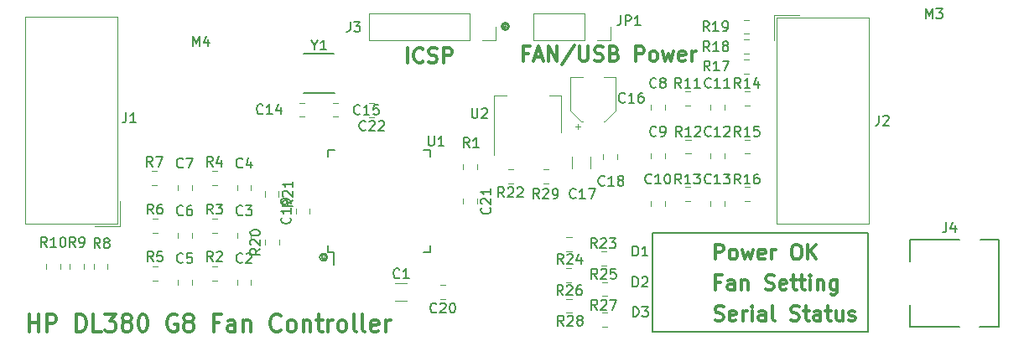
<source format=gbr>
G04 #@! TF.GenerationSoftware,KiCad,Pcbnew,(5.0.2)-1*
G04 #@! TF.CreationDate,2020-01-29T02:21:28+01:00*
G04 #@! TF.ProjectId,fan_controller,66616e5f-636f-46e7-9472-6f6c6c65722e,rev?*
G04 #@! TF.SameCoordinates,Original*
G04 #@! TF.FileFunction,Legend,Top*
G04 #@! TF.FilePolarity,Positive*
%FSLAX46Y46*%
G04 Gerber Fmt 4.6, Leading zero omitted, Abs format (unit mm)*
G04 Created by KiCad (PCBNEW (5.0.2)-1) date 29.01.2020 02:21:28*
%MOMM*%
%LPD*%
G01*
G04 APERTURE LIST*
%ADD10C,0.300000*%
%ADD11C,0.200000*%
%ADD12C,0.120000*%
%ADD13C,0.150000*%
G04 APERTURE END LIST*
D10*
X73363414Y-38816671D02*
X73363414Y-37316671D01*
X74934842Y-38673814D02*
X74863414Y-38745242D01*
X74649128Y-38816671D01*
X74506271Y-38816671D01*
X74291985Y-38745242D01*
X74149128Y-38602385D01*
X74077700Y-38459528D01*
X74006271Y-38173814D01*
X74006271Y-37959528D01*
X74077700Y-37673814D01*
X74149128Y-37530957D01*
X74291985Y-37388100D01*
X74506271Y-37316671D01*
X74649128Y-37316671D01*
X74863414Y-37388100D01*
X74934842Y-37459528D01*
X75506271Y-38745242D02*
X75720557Y-38816671D01*
X76077700Y-38816671D01*
X76220557Y-38745242D01*
X76291985Y-38673814D01*
X76363414Y-38530957D01*
X76363414Y-38388100D01*
X76291985Y-38245242D01*
X76220557Y-38173814D01*
X76077700Y-38102385D01*
X75791985Y-38030957D01*
X75649128Y-37959528D01*
X75577700Y-37888100D01*
X75506271Y-37745242D01*
X75506271Y-37602385D01*
X75577700Y-37459528D01*
X75649128Y-37388100D01*
X75791985Y-37316671D01*
X76149128Y-37316671D01*
X76363414Y-37388100D01*
X77006271Y-38816671D02*
X77006271Y-37316671D01*
X77577700Y-37316671D01*
X77720557Y-37388100D01*
X77791985Y-37459528D01*
X77863414Y-37602385D01*
X77863414Y-37816671D01*
X77791985Y-37959528D01*
X77720557Y-38030957D01*
X77577700Y-38102385D01*
X77006271Y-38102385D01*
D11*
X83630557Y-35153600D02*
G75*
G03X83630557Y-35153600I-382057J0D01*
G01*
X83516467Y-35179000D02*
G75*
G03X83516467Y-35179000I-255267J0D01*
G01*
X83346394Y-35204400D02*
G75*
G03X83346394Y-35204400I-85194J0D01*
G01*
D10*
X85532342Y-37865857D02*
X85032342Y-37865857D01*
X85032342Y-38651571D02*
X85032342Y-37151571D01*
X85746628Y-37151571D01*
X86246628Y-38223000D02*
X86960914Y-38223000D01*
X86103771Y-38651571D02*
X86603771Y-37151571D01*
X87103771Y-38651571D01*
X87603771Y-38651571D02*
X87603771Y-37151571D01*
X88460914Y-38651571D01*
X88460914Y-37151571D01*
X90246628Y-37080142D02*
X88960914Y-39008714D01*
X90746628Y-37151571D02*
X90746628Y-38365857D01*
X90818057Y-38508714D01*
X90889485Y-38580142D01*
X91032342Y-38651571D01*
X91318057Y-38651571D01*
X91460914Y-38580142D01*
X91532342Y-38508714D01*
X91603771Y-38365857D01*
X91603771Y-37151571D01*
X92246628Y-38580142D02*
X92460914Y-38651571D01*
X92818057Y-38651571D01*
X92960914Y-38580142D01*
X93032342Y-38508714D01*
X93103771Y-38365857D01*
X93103771Y-38223000D01*
X93032342Y-38080142D01*
X92960914Y-38008714D01*
X92818057Y-37937285D01*
X92532342Y-37865857D01*
X92389485Y-37794428D01*
X92318057Y-37723000D01*
X92246628Y-37580142D01*
X92246628Y-37437285D01*
X92318057Y-37294428D01*
X92389485Y-37223000D01*
X92532342Y-37151571D01*
X92889485Y-37151571D01*
X93103771Y-37223000D01*
X94246628Y-37865857D02*
X94460914Y-37937285D01*
X94532342Y-38008714D01*
X94603771Y-38151571D01*
X94603771Y-38365857D01*
X94532342Y-38508714D01*
X94460914Y-38580142D01*
X94318057Y-38651571D01*
X93746628Y-38651571D01*
X93746628Y-37151571D01*
X94246628Y-37151571D01*
X94389485Y-37223000D01*
X94460914Y-37294428D01*
X94532342Y-37437285D01*
X94532342Y-37580142D01*
X94460914Y-37723000D01*
X94389485Y-37794428D01*
X94246628Y-37865857D01*
X93746628Y-37865857D01*
X96389485Y-38651571D02*
X96389485Y-37151571D01*
X96960914Y-37151571D01*
X97103771Y-37223000D01*
X97175200Y-37294428D01*
X97246628Y-37437285D01*
X97246628Y-37651571D01*
X97175200Y-37794428D01*
X97103771Y-37865857D01*
X96960914Y-37937285D01*
X96389485Y-37937285D01*
X98103771Y-38651571D02*
X97960914Y-38580142D01*
X97889485Y-38508714D01*
X97818057Y-38365857D01*
X97818057Y-37937285D01*
X97889485Y-37794428D01*
X97960914Y-37723000D01*
X98103771Y-37651571D01*
X98318057Y-37651571D01*
X98460914Y-37723000D01*
X98532342Y-37794428D01*
X98603771Y-37937285D01*
X98603771Y-38365857D01*
X98532342Y-38508714D01*
X98460914Y-38580142D01*
X98318057Y-38651571D01*
X98103771Y-38651571D01*
X99103771Y-37651571D02*
X99389485Y-38651571D01*
X99675200Y-37937285D01*
X99960914Y-38651571D01*
X100246628Y-37651571D01*
X101389485Y-38580142D02*
X101246628Y-38651571D01*
X100960914Y-38651571D01*
X100818057Y-38580142D01*
X100746628Y-38437285D01*
X100746628Y-37865857D01*
X100818057Y-37723000D01*
X100960914Y-37651571D01*
X101246628Y-37651571D01*
X101389485Y-37723000D01*
X101460914Y-37865857D01*
X101460914Y-38008714D01*
X100746628Y-38151571D01*
X102103771Y-38651571D02*
X102103771Y-37651571D01*
X102103771Y-37937285D02*
X102175200Y-37794428D01*
X102246628Y-37723000D01*
X102389485Y-37651571D01*
X102532342Y-37651571D01*
D11*
X64973200Y-58470800D02*
G75*
G03X64973200Y-58470800I-50800J0D01*
G01*
X65151000Y-58470800D02*
G75*
G03X65151000Y-58470800I-228600J0D01*
G01*
X65278840Y-58470800D02*
G75*
G03X65278840Y-58470800I-384373J0D01*
G01*
X66014600Y-41910000D02*
X62865000Y-41910000D01*
X65963800Y-37896800D02*
X62839600Y-37896800D01*
D10*
X35166666Y-65969047D02*
X35166666Y-64269047D01*
X35166666Y-65078571D02*
X36138095Y-65078571D01*
X36138095Y-65969047D02*
X36138095Y-64269047D01*
X36947619Y-65969047D02*
X36947619Y-64269047D01*
X37595238Y-64269047D01*
X37757142Y-64350000D01*
X37838095Y-64430952D01*
X37919047Y-64592857D01*
X37919047Y-64835714D01*
X37838095Y-64997619D01*
X37757142Y-65078571D01*
X37595238Y-65159523D01*
X36947619Y-65159523D01*
X39942857Y-65969047D02*
X39942857Y-64269047D01*
X40347619Y-64269047D01*
X40590476Y-64350000D01*
X40752380Y-64511904D01*
X40833333Y-64673809D01*
X40914285Y-64997619D01*
X40914285Y-65240476D01*
X40833333Y-65564285D01*
X40752380Y-65726190D01*
X40590476Y-65888095D01*
X40347619Y-65969047D01*
X39942857Y-65969047D01*
X42452380Y-65969047D02*
X41642857Y-65969047D01*
X41642857Y-64269047D01*
X42857142Y-64269047D02*
X43909523Y-64269047D01*
X43342857Y-64916666D01*
X43585714Y-64916666D01*
X43747619Y-64997619D01*
X43828571Y-65078571D01*
X43909523Y-65240476D01*
X43909523Y-65645238D01*
X43828571Y-65807142D01*
X43747619Y-65888095D01*
X43585714Y-65969047D01*
X43099999Y-65969047D01*
X42938095Y-65888095D01*
X42857142Y-65807142D01*
X44880952Y-64997619D02*
X44719047Y-64916666D01*
X44638095Y-64835714D01*
X44557142Y-64673809D01*
X44557142Y-64592857D01*
X44638095Y-64430952D01*
X44719047Y-64350000D01*
X44880952Y-64269047D01*
X45204761Y-64269047D01*
X45366666Y-64350000D01*
X45447619Y-64430952D01*
X45528571Y-64592857D01*
X45528571Y-64673809D01*
X45447619Y-64835714D01*
X45366666Y-64916666D01*
X45204761Y-64997619D01*
X44880952Y-64997619D01*
X44719047Y-65078571D01*
X44638095Y-65159523D01*
X44557142Y-65321428D01*
X44557142Y-65645238D01*
X44638095Y-65807142D01*
X44719047Y-65888095D01*
X44880952Y-65969047D01*
X45204761Y-65969047D01*
X45366666Y-65888095D01*
X45447619Y-65807142D01*
X45528571Y-65645238D01*
X45528571Y-65321428D01*
X45447619Y-65159523D01*
X45366666Y-65078571D01*
X45204761Y-64997619D01*
X46580952Y-64269047D02*
X46742857Y-64269047D01*
X46904761Y-64350000D01*
X46985714Y-64430952D01*
X47066666Y-64592857D01*
X47147619Y-64916666D01*
X47147619Y-65321428D01*
X47066666Y-65645238D01*
X46985714Y-65807142D01*
X46904761Y-65888095D01*
X46742857Y-65969047D01*
X46580952Y-65969047D01*
X46419047Y-65888095D01*
X46338095Y-65807142D01*
X46257142Y-65645238D01*
X46176190Y-65321428D01*
X46176190Y-64916666D01*
X46257142Y-64592857D01*
X46338095Y-64430952D01*
X46419047Y-64350000D01*
X46580952Y-64269047D01*
X50061904Y-64350000D02*
X49899999Y-64269047D01*
X49657142Y-64269047D01*
X49414285Y-64350000D01*
X49252380Y-64511904D01*
X49171428Y-64673809D01*
X49090476Y-64997619D01*
X49090476Y-65240476D01*
X49171428Y-65564285D01*
X49252380Y-65726190D01*
X49414285Y-65888095D01*
X49657142Y-65969047D01*
X49819047Y-65969047D01*
X50061904Y-65888095D01*
X50142857Y-65807142D01*
X50142857Y-65240476D01*
X49819047Y-65240476D01*
X51114285Y-64997619D02*
X50952380Y-64916666D01*
X50871428Y-64835714D01*
X50790476Y-64673809D01*
X50790476Y-64592857D01*
X50871428Y-64430952D01*
X50952380Y-64350000D01*
X51114285Y-64269047D01*
X51438095Y-64269047D01*
X51599999Y-64350000D01*
X51680952Y-64430952D01*
X51761904Y-64592857D01*
X51761904Y-64673809D01*
X51680952Y-64835714D01*
X51599999Y-64916666D01*
X51438095Y-64997619D01*
X51114285Y-64997619D01*
X50952380Y-65078571D01*
X50871428Y-65159523D01*
X50790476Y-65321428D01*
X50790476Y-65645238D01*
X50871428Y-65807142D01*
X50952380Y-65888095D01*
X51114285Y-65969047D01*
X51438095Y-65969047D01*
X51599999Y-65888095D01*
X51680952Y-65807142D01*
X51761904Y-65645238D01*
X51761904Y-65321428D01*
X51680952Y-65159523D01*
X51599999Y-65078571D01*
X51438095Y-64997619D01*
X54352380Y-65078571D02*
X53785714Y-65078571D01*
X53785714Y-65969047D02*
X53785714Y-64269047D01*
X54595238Y-64269047D01*
X55971428Y-65969047D02*
X55971428Y-65078571D01*
X55890476Y-64916666D01*
X55728571Y-64835714D01*
X55404761Y-64835714D01*
X55242857Y-64916666D01*
X55971428Y-65888095D02*
X55809523Y-65969047D01*
X55404761Y-65969047D01*
X55242857Y-65888095D01*
X55161904Y-65726190D01*
X55161904Y-65564285D01*
X55242857Y-65402380D01*
X55404761Y-65321428D01*
X55809523Y-65321428D01*
X55971428Y-65240476D01*
X56780952Y-64835714D02*
X56780952Y-65969047D01*
X56780952Y-64997619D02*
X56861904Y-64916666D01*
X57023809Y-64835714D01*
X57266666Y-64835714D01*
X57428571Y-64916666D01*
X57509523Y-65078571D01*
X57509523Y-65969047D01*
X60585714Y-65807142D02*
X60504761Y-65888095D01*
X60261904Y-65969047D01*
X60100000Y-65969047D01*
X59857142Y-65888095D01*
X59695238Y-65726190D01*
X59614285Y-65564285D01*
X59533333Y-65240476D01*
X59533333Y-64997619D01*
X59614285Y-64673809D01*
X59695238Y-64511904D01*
X59857142Y-64350000D01*
X60100000Y-64269047D01*
X60261904Y-64269047D01*
X60504761Y-64350000D01*
X60585714Y-64430952D01*
X61557142Y-65969047D02*
X61395238Y-65888095D01*
X61314285Y-65807142D01*
X61233333Y-65645238D01*
X61233333Y-65159523D01*
X61314285Y-64997619D01*
X61395238Y-64916666D01*
X61557142Y-64835714D01*
X61800000Y-64835714D01*
X61961904Y-64916666D01*
X62042857Y-64997619D01*
X62123809Y-65159523D01*
X62123809Y-65645238D01*
X62042857Y-65807142D01*
X61961904Y-65888095D01*
X61800000Y-65969047D01*
X61557142Y-65969047D01*
X62852380Y-64835714D02*
X62852380Y-65969047D01*
X62852380Y-64997619D02*
X62933333Y-64916666D01*
X63095238Y-64835714D01*
X63338095Y-64835714D01*
X63500000Y-64916666D01*
X63580952Y-65078571D01*
X63580952Y-65969047D01*
X64147619Y-64835714D02*
X64795238Y-64835714D01*
X64390476Y-64269047D02*
X64390476Y-65726190D01*
X64471428Y-65888095D01*
X64633333Y-65969047D01*
X64795238Y-65969047D01*
X65361904Y-65969047D02*
X65361904Y-64835714D01*
X65361904Y-65159523D02*
X65442857Y-64997619D01*
X65523809Y-64916666D01*
X65685714Y-64835714D01*
X65847619Y-64835714D01*
X66657142Y-65969047D02*
X66495238Y-65888095D01*
X66414285Y-65807142D01*
X66333333Y-65645238D01*
X66333333Y-65159523D01*
X66414285Y-64997619D01*
X66495238Y-64916666D01*
X66657142Y-64835714D01*
X66900000Y-64835714D01*
X67061904Y-64916666D01*
X67142857Y-64997619D01*
X67223809Y-65159523D01*
X67223809Y-65645238D01*
X67142857Y-65807142D01*
X67061904Y-65888095D01*
X66900000Y-65969047D01*
X66657142Y-65969047D01*
X68195238Y-65969047D02*
X68033333Y-65888095D01*
X67952380Y-65726190D01*
X67952380Y-64269047D01*
X69085714Y-65969047D02*
X68923809Y-65888095D01*
X68842857Y-65726190D01*
X68842857Y-64269047D01*
X70380952Y-65888095D02*
X70219047Y-65969047D01*
X69895238Y-65969047D01*
X69733333Y-65888095D01*
X69652380Y-65726190D01*
X69652380Y-65078571D01*
X69733333Y-64916666D01*
X69895238Y-64835714D01*
X70219047Y-64835714D01*
X70380952Y-64916666D01*
X70461904Y-65078571D01*
X70461904Y-65240476D01*
X69652380Y-65402380D01*
X71190476Y-65969047D02*
X71190476Y-64835714D01*
X71190476Y-65159523D02*
X71271428Y-64997619D01*
X71352380Y-64916666D01*
X71514285Y-64835714D01*
X71676190Y-64835714D01*
D11*
X98100000Y-66000000D02*
X98100000Y-56000000D01*
X119900000Y-66000000D02*
X98100000Y-66000000D01*
X119900000Y-56000000D02*
X119900000Y-66000000D01*
X98100000Y-56000000D02*
X119900000Y-56000000D01*
D10*
X104428571Y-64807142D02*
X104642857Y-64878571D01*
X105000000Y-64878571D01*
X105142857Y-64807142D01*
X105214285Y-64735714D01*
X105285714Y-64592857D01*
X105285714Y-64450000D01*
X105214285Y-64307142D01*
X105142857Y-64235714D01*
X105000000Y-64164285D01*
X104714285Y-64092857D01*
X104571428Y-64021428D01*
X104500000Y-63950000D01*
X104428571Y-63807142D01*
X104428571Y-63664285D01*
X104500000Y-63521428D01*
X104571428Y-63450000D01*
X104714285Y-63378571D01*
X105071428Y-63378571D01*
X105285714Y-63450000D01*
X106500000Y-64807142D02*
X106357142Y-64878571D01*
X106071428Y-64878571D01*
X105928571Y-64807142D01*
X105857142Y-64664285D01*
X105857142Y-64092857D01*
X105928571Y-63950000D01*
X106071428Y-63878571D01*
X106357142Y-63878571D01*
X106500000Y-63950000D01*
X106571428Y-64092857D01*
X106571428Y-64235714D01*
X105857142Y-64378571D01*
X107214285Y-64878571D02*
X107214285Y-63878571D01*
X107214285Y-64164285D02*
X107285714Y-64021428D01*
X107357142Y-63950000D01*
X107500000Y-63878571D01*
X107642857Y-63878571D01*
X108142857Y-64878571D02*
X108142857Y-63878571D01*
X108142857Y-63378571D02*
X108071428Y-63450000D01*
X108142857Y-63521428D01*
X108214285Y-63450000D01*
X108142857Y-63378571D01*
X108142857Y-63521428D01*
X109500000Y-64878571D02*
X109500000Y-64092857D01*
X109428571Y-63950000D01*
X109285714Y-63878571D01*
X109000000Y-63878571D01*
X108857142Y-63950000D01*
X109500000Y-64807142D02*
X109357142Y-64878571D01*
X109000000Y-64878571D01*
X108857142Y-64807142D01*
X108785714Y-64664285D01*
X108785714Y-64521428D01*
X108857142Y-64378571D01*
X109000000Y-64307142D01*
X109357142Y-64307142D01*
X109500000Y-64235714D01*
X110428571Y-64878571D02*
X110285714Y-64807142D01*
X110214285Y-64664285D01*
X110214285Y-63378571D01*
X112071428Y-64807142D02*
X112285714Y-64878571D01*
X112642857Y-64878571D01*
X112785714Y-64807142D01*
X112857142Y-64735714D01*
X112928571Y-64592857D01*
X112928571Y-64450000D01*
X112857142Y-64307142D01*
X112785714Y-64235714D01*
X112642857Y-64164285D01*
X112357142Y-64092857D01*
X112214285Y-64021428D01*
X112142857Y-63950000D01*
X112071428Y-63807142D01*
X112071428Y-63664285D01*
X112142857Y-63521428D01*
X112214285Y-63450000D01*
X112357142Y-63378571D01*
X112714285Y-63378571D01*
X112928571Y-63450000D01*
X113357142Y-63878571D02*
X113928571Y-63878571D01*
X113571428Y-63378571D02*
X113571428Y-64664285D01*
X113642857Y-64807142D01*
X113785714Y-64878571D01*
X113928571Y-64878571D01*
X115071428Y-64878571D02*
X115071428Y-64092857D01*
X115000000Y-63950000D01*
X114857142Y-63878571D01*
X114571428Y-63878571D01*
X114428571Y-63950000D01*
X115071428Y-64807142D02*
X114928571Y-64878571D01*
X114571428Y-64878571D01*
X114428571Y-64807142D01*
X114357142Y-64664285D01*
X114357142Y-64521428D01*
X114428571Y-64378571D01*
X114571428Y-64307142D01*
X114928571Y-64307142D01*
X115071428Y-64235714D01*
X115571428Y-63878571D02*
X116142857Y-63878571D01*
X115785714Y-63378571D02*
X115785714Y-64664285D01*
X115857142Y-64807142D01*
X116000000Y-64878571D01*
X116142857Y-64878571D01*
X117285714Y-63878571D02*
X117285714Y-64878571D01*
X116642857Y-63878571D02*
X116642857Y-64664285D01*
X116714285Y-64807142D01*
X116857142Y-64878571D01*
X117071428Y-64878571D01*
X117214285Y-64807142D01*
X117285714Y-64735714D01*
X117928571Y-64807142D02*
X118071428Y-64878571D01*
X118357142Y-64878571D01*
X118500000Y-64807142D01*
X118571428Y-64664285D01*
X118571428Y-64592857D01*
X118500000Y-64450000D01*
X118357142Y-64378571D01*
X118142857Y-64378571D01*
X118000000Y-64307142D01*
X117928571Y-64164285D01*
X117928571Y-64092857D01*
X118000000Y-63950000D01*
X118142857Y-63878571D01*
X118357142Y-63878571D01*
X118500000Y-63950000D01*
X104957142Y-60992857D02*
X104457142Y-60992857D01*
X104457142Y-61778571D02*
X104457142Y-60278571D01*
X105171428Y-60278571D01*
X106385714Y-61778571D02*
X106385714Y-60992857D01*
X106314285Y-60850000D01*
X106171428Y-60778571D01*
X105885714Y-60778571D01*
X105742857Y-60850000D01*
X106385714Y-61707142D02*
X106242857Y-61778571D01*
X105885714Y-61778571D01*
X105742857Y-61707142D01*
X105671428Y-61564285D01*
X105671428Y-61421428D01*
X105742857Y-61278571D01*
X105885714Y-61207142D01*
X106242857Y-61207142D01*
X106385714Y-61135714D01*
X107100000Y-60778571D02*
X107100000Y-61778571D01*
X107100000Y-60921428D02*
X107171428Y-60850000D01*
X107314285Y-60778571D01*
X107528571Y-60778571D01*
X107671428Y-60850000D01*
X107742857Y-60992857D01*
X107742857Y-61778571D01*
X109528571Y-61707142D02*
X109742857Y-61778571D01*
X110100000Y-61778571D01*
X110242857Y-61707142D01*
X110314285Y-61635714D01*
X110385714Y-61492857D01*
X110385714Y-61350000D01*
X110314285Y-61207142D01*
X110242857Y-61135714D01*
X110100000Y-61064285D01*
X109814285Y-60992857D01*
X109671428Y-60921428D01*
X109600000Y-60850000D01*
X109528571Y-60707142D01*
X109528571Y-60564285D01*
X109600000Y-60421428D01*
X109671428Y-60350000D01*
X109814285Y-60278571D01*
X110171428Y-60278571D01*
X110385714Y-60350000D01*
X111600000Y-61707142D02*
X111457142Y-61778571D01*
X111171428Y-61778571D01*
X111028571Y-61707142D01*
X110957142Y-61564285D01*
X110957142Y-60992857D01*
X111028571Y-60850000D01*
X111171428Y-60778571D01*
X111457142Y-60778571D01*
X111600000Y-60850000D01*
X111671428Y-60992857D01*
X111671428Y-61135714D01*
X110957142Y-61278571D01*
X112100000Y-60778571D02*
X112671428Y-60778571D01*
X112314285Y-60278571D02*
X112314285Y-61564285D01*
X112385714Y-61707142D01*
X112528571Y-61778571D01*
X112671428Y-61778571D01*
X112957142Y-60778571D02*
X113528571Y-60778571D01*
X113171428Y-60278571D02*
X113171428Y-61564285D01*
X113242857Y-61707142D01*
X113385714Y-61778571D01*
X113528571Y-61778571D01*
X114028571Y-61778571D02*
X114028571Y-60778571D01*
X114028571Y-60278571D02*
X113957142Y-60350000D01*
X114028571Y-60421428D01*
X114100000Y-60350000D01*
X114028571Y-60278571D01*
X114028571Y-60421428D01*
X114742857Y-60778571D02*
X114742857Y-61778571D01*
X114742857Y-60921428D02*
X114814285Y-60850000D01*
X114957142Y-60778571D01*
X115171428Y-60778571D01*
X115314285Y-60850000D01*
X115385714Y-60992857D01*
X115385714Y-61778571D01*
X116742857Y-60778571D02*
X116742857Y-61992857D01*
X116671428Y-62135714D01*
X116600000Y-62207142D01*
X116457142Y-62278571D01*
X116242857Y-62278571D01*
X116100000Y-62207142D01*
X116742857Y-61707142D02*
X116600000Y-61778571D01*
X116314285Y-61778571D01*
X116171428Y-61707142D01*
X116100000Y-61635714D01*
X116028571Y-61492857D01*
X116028571Y-61064285D01*
X116100000Y-60921428D01*
X116171428Y-60850000D01*
X116314285Y-60778571D01*
X116600000Y-60778571D01*
X116742857Y-60850000D01*
X104428571Y-58678571D02*
X104428571Y-57178571D01*
X105000000Y-57178571D01*
X105142857Y-57250000D01*
X105214285Y-57321428D01*
X105285714Y-57464285D01*
X105285714Y-57678571D01*
X105214285Y-57821428D01*
X105142857Y-57892857D01*
X105000000Y-57964285D01*
X104428571Y-57964285D01*
X106142857Y-58678571D02*
X106000000Y-58607142D01*
X105928571Y-58535714D01*
X105857142Y-58392857D01*
X105857142Y-57964285D01*
X105928571Y-57821428D01*
X106000000Y-57750000D01*
X106142857Y-57678571D01*
X106357142Y-57678571D01*
X106500000Y-57750000D01*
X106571428Y-57821428D01*
X106642857Y-57964285D01*
X106642857Y-58392857D01*
X106571428Y-58535714D01*
X106500000Y-58607142D01*
X106357142Y-58678571D01*
X106142857Y-58678571D01*
X107142857Y-57678571D02*
X107428571Y-58678571D01*
X107714285Y-57964285D01*
X108000000Y-58678571D01*
X108285714Y-57678571D01*
X109428571Y-58607142D02*
X109285714Y-58678571D01*
X109000000Y-58678571D01*
X108857142Y-58607142D01*
X108785714Y-58464285D01*
X108785714Y-57892857D01*
X108857142Y-57750000D01*
X109000000Y-57678571D01*
X109285714Y-57678571D01*
X109428571Y-57750000D01*
X109500000Y-57892857D01*
X109500000Y-58035714D01*
X108785714Y-58178571D01*
X110142857Y-58678571D02*
X110142857Y-57678571D01*
X110142857Y-57964285D02*
X110214285Y-57821428D01*
X110285714Y-57750000D01*
X110428571Y-57678571D01*
X110571428Y-57678571D01*
X112500000Y-57178571D02*
X112785714Y-57178571D01*
X112928571Y-57250000D01*
X113071428Y-57392857D01*
X113142857Y-57678571D01*
X113142857Y-58178571D01*
X113071428Y-58464285D01*
X112928571Y-58607142D01*
X112785714Y-58678571D01*
X112500000Y-58678571D01*
X112357142Y-58607142D01*
X112214285Y-58464285D01*
X112142857Y-58178571D01*
X112142857Y-57678571D01*
X112214285Y-57392857D01*
X112357142Y-57250000D01*
X112500000Y-57178571D01*
X113785714Y-58678571D02*
X113785714Y-57178571D01*
X114642857Y-58678571D02*
X114000000Y-57821428D01*
X114642857Y-57178571D02*
X113785714Y-58035714D01*
D12*
G04 #@! TO.C,R12*
X101958578Y-48010000D02*
X101441422Y-48010000D01*
X101958578Y-46590000D02*
X101441422Y-46590000D01*
G04 #@! TO.C,C1*
X72121136Y-61066000D02*
X73325264Y-61066000D01*
X72121136Y-62886000D02*
X73325264Y-62886000D01*
G04 #@! TO.C,C2*
X56165000Y-60778922D02*
X56165000Y-61296078D01*
X57585000Y-60778922D02*
X57585000Y-61296078D01*
G04 #@! TO.C,C3*
X56165000Y-55978922D02*
X56165000Y-56496078D01*
X57585000Y-55978922D02*
X57585000Y-56496078D01*
G04 #@! TO.C,C4*
X56165000Y-51178922D02*
X56165000Y-51696078D01*
X57585000Y-51178922D02*
X57585000Y-51696078D01*
G04 #@! TO.C,C5*
X51585000Y-60778922D02*
X51585000Y-61296078D01*
X50165000Y-60778922D02*
X50165000Y-61296078D01*
G04 #@! TO.C,C6*
X51585000Y-55978922D02*
X51585000Y-56496078D01*
X50165000Y-55978922D02*
X50165000Y-56496078D01*
G04 #@! TO.C,C7*
X51585000Y-51178922D02*
X51585000Y-51696078D01*
X50165000Y-51178922D02*
X50165000Y-51696078D01*
G04 #@! TO.C,C8*
X99347500Y-43078922D02*
X99347500Y-43596078D01*
X97927500Y-43078922D02*
X97927500Y-43596078D01*
G04 #@! TO.C,C9*
X99347500Y-47978922D02*
X99347500Y-48496078D01*
X97927500Y-47978922D02*
X97927500Y-48496078D01*
G04 #@! TO.C,C10*
X97927500Y-52778922D02*
X97927500Y-53296078D01*
X99347500Y-52778922D02*
X99347500Y-53296078D01*
G04 #@! TO.C,C11*
X105347500Y-43078922D02*
X105347500Y-43596078D01*
X103927500Y-43078922D02*
X103927500Y-43596078D01*
G04 #@! TO.C,C12*
X105347500Y-47978922D02*
X105347500Y-48496078D01*
X103927500Y-47978922D02*
X103927500Y-48496078D01*
G04 #@! TO.C,C13*
X103927500Y-52778922D02*
X103927500Y-53296078D01*
X105347500Y-52778922D02*
X105347500Y-53296078D01*
G04 #@! TO.C,C14*
X62425264Y-42867789D02*
X62942420Y-42867789D01*
X62425264Y-44287789D02*
X62942420Y-44287789D01*
G04 #@! TO.C,C15*
X66379920Y-42867789D02*
X65862764Y-42867789D01*
X66379920Y-44287789D02*
X65862764Y-44287789D01*
G04 #@! TO.C,C16*
X94360000Y-40240000D02*
X93160000Y-40240000D01*
X89840000Y-40240000D02*
X91040000Y-40240000D01*
X89840000Y-43695563D02*
X89840000Y-40240000D01*
X94360000Y-43695563D02*
X94360000Y-40240000D01*
X93295563Y-44760000D02*
X93160000Y-44760000D01*
X90904437Y-44760000D02*
X91040000Y-44760000D01*
X90904437Y-44760000D02*
X89840000Y-43695563D01*
X93295563Y-44760000D02*
X94360000Y-43695563D01*
X90540000Y-45500000D02*
X90540000Y-45000000D01*
X90290000Y-45250000D02*
X90790000Y-45250000D01*
G04 #@! TO.C,C17*
X91810000Y-49502064D02*
X91810000Y-48297936D01*
X89990000Y-49502064D02*
X89990000Y-48297936D01*
G04 #@! TO.C,C18*
X94510000Y-48596078D02*
X94510000Y-48078922D01*
X93090000Y-48596078D02*
X93090000Y-48078922D01*
G04 #@! TO.C,J1*
X44355000Y-55300000D02*
X41815000Y-55300000D01*
X44355000Y-55300000D02*
X44355000Y-52760000D01*
X44105000Y-55050000D02*
X34755000Y-55050000D01*
X44105000Y-34190000D02*
X44105000Y-55050000D01*
X34755000Y-34190000D02*
X44105000Y-34190000D01*
X34755000Y-55050000D02*
X34755000Y-34190000D01*
G04 #@! TO.C,J2*
X119945000Y-34250000D02*
X119945000Y-55110000D01*
X119945000Y-55110000D02*
X110595000Y-55110000D01*
X110595000Y-55110000D02*
X110595000Y-34250000D01*
X110595000Y-34250000D02*
X119945000Y-34250000D01*
X110345000Y-34000000D02*
X110345000Y-36540000D01*
X110345000Y-34000000D02*
X112885000Y-34000000D01*
G04 #@! TO.C,J3*
X79679800Y-33874400D02*
X79679800Y-36534400D01*
X79679800Y-33874400D02*
X69459800Y-33874400D01*
X69459800Y-33874400D02*
X69459800Y-36534400D01*
X79679800Y-36534400D02*
X69459800Y-36534400D01*
X82279800Y-36534400D02*
X80949800Y-36534400D01*
X82279800Y-35204400D02*
X82279800Y-36534400D01*
G04 #@! TO.C,JP1*
X91262200Y-33874400D02*
X91262200Y-36534400D01*
X91262200Y-33874400D02*
X86122200Y-33874400D01*
X86122200Y-33874400D02*
X86122200Y-36534400D01*
X91262200Y-36534400D02*
X86122200Y-36534400D01*
X93862200Y-36534400D02*
X92532200Y-36534400D01*
X93862200Y-35204400D02*
X93862200Y-36534400D01*
G04 #@! TO.C,R1*
X80415200Y-49091322D02*
X80415200Y-49608478D01*
X78995200Y-49091322D02*
X78995200Y-49608478D01*
G04 #@! TO.C,R2*
X53616422Y-60810000D02*
X54133578Y-60810000D01*
X53616422Y-59390000D02*
X54133578Y-59390000D01*
G04 #@! TO.C,R3*
X53616422Y-54590000D02*
X54133578Y-54590000D01*
X53616422Y-56010000D02*
X54133578Y-56010000D01*
G04 #@! TO.C,R4*
X53616422Y-49790000D02*
X54133578Y-49790000D01*
X53616422Y-51210000D02*
X54133578Y-51210000D01*
G04 #@! TO.C,R5*
X47616422Y-59390000D02*
X48133578Y-59390000D01*
X47616422Y-60810000D02*
X48133578Y-60810000D01*
G04 #@! TO.C,R6*
X47616422Y-54590000D02*
X48133578Y-54590000D01*
X47616422Y-56010000D02*
X48133578Y-56010000D01*
G04 #@! TO.C,R7*
X47553922Y-51210000D02*
X48071078Y-51210000D01*
X47553922Y-49790000D02*
X48071078Y-49790000D01*
G04 #@! TO.C,R8*
X41690000Y-59658578D02*
X41690000Y-59141422D01*
X43110000Y-59658578D02*
X43110000Y-59141422D01*
G04 #@! TO.C,R9*
X39290000Y-59658578D02*
X39290000Y-59141422D01*
X40710000Y-59658578D02*
X40710000Y-59141422D01*
G04 #@! TO.C,R10*
X38310000Y-59658578D02*
X38310000Y-59141422D01*
X36890000Y-59658578D02*
X36890000Y-59141422D01*
G04 #@! TO.C,R11*
X101896078Y-43110000D02*
X101378922Y-43110000D01*
X101896078Y-41690000D02*
X101378922Y-41690000D01*
G04 #@! TO.C,R13*
X101896078Y-52810000D02*
X101378922Y-52810000D01*
X101896078Y-51390000D02*
X101378922Y-51390000D01*
G04 #@! TO.C,R14*
X107896078Y-41690000D02*
X107378922Y-41690000D01*
X107896078Y-43110000D02*
X107378922Y-43110000D01*
G04 #@! TO.C,R15*
X107896078Y-46590000D02*
X107378922Y-46590000D01*
X107896078Y-48010000D02*
X107378922Y-48010000D01*
G04 #@! TO.C,R16*
X107896078Y-51390000D02*
X107378922Y-51390000D01*
X107896078Y-52810000D02*
X107378922Y-52810000D01*
G04 #@! TO.C,R17*
X107341422Y-39910000D02*
X107858578Y-39910000D01*
X107341422Y-38490000D02*
X107858578Y-38490000D01*
G04 #@! TO.C,R18*
X107341422Y-36490000D02*
X107858578Y-36490000D01*
X107341422Y-37910000D02*
X107858578Y-37910000D01*
G04 #@! TO.C,R19*
X107341422Y-35910000D02*
X107858578Y-35910000D01*
X107341422Y-34490000D02*
X107858578Y-34490000D01*
G04 #@! TO.C,R20*
X60400000Y-57233078D02*
X60400000Y-56715922D01*
X58980000Y-57233078D02*
X58980000Y-56715922D01*
G04 #@! TO.C,R21*
X58944942Y-51823511D02*
X58944942Y-52340667D01*
X60364942Y-51823511D02*
X60364942Y-52340667D01*
G04 #@! TO.C,R22*
X84021078Y-51010000D02*
X83503922Y-51010000D01*
X84021078Y-49590000D02*
X83503922Y-49590000D01*
G04 #@! TO.C,R23*
X89940425Y-56476583D02*
X89423269Y-56476583D01*
X89940425Y-57896583D02*
X89423269Y-57896583D01*
G04 #@! TO.C,R24*
X93477925Y-59296583D02*
X92960769Y-59296583D01*
X93477925Y-57876583D02*
X92960769Y-57876583D01*
G04 #@! TO.C,R25*
X89915425Y-59576583D02*
X89398269Y-59576583D01*
X89915425Y-60996583D02*
X89398269Y-60996583D01*
G04 #@! TO.C,R26*
X93515425Y-62396583D02*
X92998269Y-62396583D01*
X93515425Y-60976583D02*
X92998269Y-60976583D01*
G04 #@! TO.C,R27*
X89940425Y-62676583D02*
X89423269Y-62676583D01*
X89940425Y-64096583D02*
X89423269Y-64096583D01*
G04 #@! TO.C,R28*
X93515425Y-65496583D02*
X92998269Y-65496583D01*
X93515425Y-64076583D02*
X92998269Y-64076583D01*
G04 #@! TO.C,R29*
X87596078Y-49590000D02*
X87078922Y-49590000D01*
X87596078Y-51010000D02*
X87078922Y-51010000D01*
D13*
G04 #@! TO.C,U1*
X65335742Y-57986189D02*
X65910742Y-57986189D01*
X65335742Y-47636189D02*
X66010742Y-47636189D01*
X75685742Y-47636189D02*
X75010742Y-47636189D01*
X75685742Y-57986189D02*
X75010742Y-57986189D01*
X65335742Y-57986189D02*
X65335742Y-57311189D01*
X75685742Y-57986189D02*
X75685742Y-57311189D01*
X75685742Y-47636189D02*
X75685742Y-48311189D01*
X65335742Y-47636189D02*
X65335742Y-48311189D01*
X65910742Y-57986189D02*
X65910742Y-59261189D01*
D12*
G04 #@! TO.C,U2*
X88910000Y-42140000D02*
X87650000Y-42140000D01*
X82090000Y-42140000D02*
X83350000Y-42140000D01*
X88910000Y-45900000D02*
X88910000Y-42140000D01*
X82090000Y-48150000D02*
X82090000Y-42140000D01*
D13*
G04 #@! TO.C,J4*
X124100000Y-58900000D02*
X124100000Y-56700000D01*
X124100000Y-56700000D02*
X129100000Y-56700000D01*
X124100000Y-63300000D02*
X124100000Y-65500000D01*
X124100000Y-65500000D02*
X129100000Y-65500000D01*
X131100000Y-65500000D02*
X133100000Y-65500000D01*
X133100000Y-65500000D02*
X133100000Y-56700000D01*
X133100000Y-56700000D02*
X131200000Y-56700000D01*
D12*
G04 #@! TO.C,C19*
X62078800Y-54078878D02*
X62078800Y-53561722D01*
X63498800Y-54078878D02*
X63498800Y-53561722D01*
G04 #@! TO.C,C20*
X77192878Y-61291400D02*
X76675722Y-61291400D01*
X77192878Y-62711400D02*
X76675722Y-62711400D01*
G04 #@! TO.C,C21*
X80389800Y-52575722D02*
X80389800Y-53092878D01*
X78969800Y-52575722D02*
X78969800Y-53092878D01*
G04 #@! TO.C,C22*
X70030078Y-42876400D02*
X69512922Y-42876400D01*
X70030078Y-44296400D02*
X69512922Y-44296400D01*
G04 #@! TO.C,R12*
D13*
X101057142Y-46252380D02*
X100723809Y-45776190D01*
X100485714Y-46252380D02*
X100485714Y-45252380D01*
X100866666Y-45252380D01*
X100961904Y-45300000D01*
X101009523Y-45347619D01*
X101057142Y-45442857D01*
X101057142Y-45585714D01*
X101009523Y-45680952D01*
X100961904Y-45728571D01*
X100866666Y-45776190D01*
X100485714Y-45776190D01*
X102009523Y-46252380D02*
X101438095Y-46252380D01*
X101723809Y-46252380D02*
X101723809Y-45252380D01*
X101628571Y-45395238D01*
X101533333Y-45490476D01*
X101438095Y-45538095D01*
X102390476Y-45347619D02*
X102438095Y-45300000D01*
X102533333Y-45252380D01*
X102771428Y-45252380D01*
X102866666Y-45300000D01*
X102914285Y-45347619D01*
X102961904Y-45442857D01*
X102961904Y-45538095D01*
X102914285Y-45680952D01*
X102342857Y-46252380D01*
X102961904Y-46252380D01*
G04 #@! TO.C,M4*
X51690476Y-37152380D02*
X51690476Y-36152380D01*
X52023809Y-36866666D01*
X52357142Y-36152380D01*
X52357142Y-37152380D01*
X53261904Y-36485714D02*
X53261904Y-37152380D01*
X53023809Y-36104761D02*
X52785714Y-36819047D01*
X53404761Y-36819047D01*
G04 #@! TO.C,C1*
X72556533Y-60513142D02*
X72508914Y-60560761D01*
X72366057Y-60608380D01*
X72270819Y-60608380D01*
X72127961Y-60560761D01*
X72032723Y-60465523D01*
X71985104Y-60370285D01*
X71937485Y-60179809D01*
X71937485Y-60036952D01*
X71985104Y-59846476D01*
X72032723Y-59751238D01*
X72127961Y-59656000D01*
X72270819Y-59608380D01*
X72366057Y-59608380D01*
X72508914Y-59656000D01*
X72556533Y-59703619D01*
X73508914Y-60608380D02*
X72937485Y-60608380D01*
X73223200Y-60608380D02*
X73223200Y-59608380D01*
X73127961Y-59751238D01*
X73032723Y-59846476D01*
X72937485Y-59894095D01*
G04 #@! TO.C,C2*
X56708333Y-58957142D02*
X56660714Y-59004761D01*
X56517857Y-59052380D01*
X56422619Y-59052380D01*
X56279761Y-59004761D01*
X56184523Y-58909523D01*
X56136904Y-58814285D01*
X56089285Y-58623809D01*
X56089285Y-58480952D01*
X56136904Y-58290476D01*
X56184523Y-58195238D01*
X56279761Y-58100000D01*
X56422619Y-58052380D01*
X56517857Y-58052380D01*
X56660714Y-58100000D01*
X56708333Y-58147619D01*
X57089285Y-58147619D02*
X57136904Y-58100000D01*
X57232142Y-58052380D01*
X57470238Y-58052380D01*
X57565476Y-58100000D01*
X57613095Y-58147619D01*
X57660714Y-58242857D01*
X57660714Y-58338095D01*
X57613095Y-58480952D01*
X57041666Y-59052380D01*
X57660714Y-59052380D01*
G04 #@! TO.C,C3*
X56708333Y-54157142D02*
X56660714Y-54204761D01*
X56517857Y-54252380D01*
X56422619Y-54252380D01*
X56279761Y-54204761D01*
X56184523Y-54109523D01*
X56136904Y-54014285D01*
X56089285Y-53823809D01*
X56089285Y-53680952D01*
X56136904Y-53490476D01*
X56184523Y-53395238D01*
X56279761Y-53300000D01*
X56422619Y-53252380D01*
X56517857Y-53252380D01*
X56660714Y-53300000D01*
X56708333Y-53347619D01*
X57041666Y-53252380D02*
X57660714Y-53252380D01*
X57327380Y-53633333D01*
X57470238Y-53633333D01*
X57565476Y-53680952D01*
X57613095Y-53728571D01*
X57660714Y-53823809D01*
X57660714Y-54061904D01*
X57613095Y-54157142D01*
X57565476Y-54204761D01*
X57470238Y-54252380D01*
X57184523Y-54252380D01*
X57089285Y-54204761D01*
X57041666Y-54157142D01*
G04 #@! TO.C,C4*
X56708333Y-49357142D02*
X56660714Y-49404761D01*
X56517857Y-49452380D01*
X56422619Y-49452380D01*
X56279761Y-49404761D01*
X56184523Y-49309523D01*
X56136904Y-49214285D01*
X56089285Y-49023809D01*
X56089285Y-48880952D01*
X56136904Y-48690476D01*
X56184523Y-48595238D01*
X56279761Y-48500000D01*
X56422619Y-48452380D01*
X56517857Y-48452380D01*
X56660714Y-48500000D01*
X56708333Y-48547619D01*
X57565476Y-48785714D02*
X57565476Y-49452380D01*
X57327380Y-48404761D02*
X57089285Y-49119047D01*
X57708333Y-49119047D01*
G04 #@! TO.C,C5*
X50708333Y-58957142D02*
X50660714Y-59004761D01*
X50517857Y-59052380D01*
X50422619Y-59052380D01*
X50279761Y-59004761D01*
X50184523Y-58909523D01*
X50136904Y-58814285D01*
X50089285Y-58623809D01*
X50089285Y-58480952D01*
X50136904Y-58290476D01*
X50184523Y-58195238D01*
X50279761Y-58100000D01*
X50422619Y-58052380D01*
X50517857Y-58052380D01*
X50660714Y-58100000D01*
X50708333Y-58147619D01*
X51613095Y-58052380D02*
X51136904Y-58052380D01*
X51089285Y-58528571D01*
X51136904Y-58480952D01*
X51232142Y-58433333D01*
X51470238Y-58433333D01*
X51565476Y-58480952D01*
X51613095Y-58528571D01*
X51660714Y-58623809D01*
X51660714Y-58861904D01*
X51613095Y-58957142D01*
X51565476Y-59004761D01*
X51470238Y-59052380D01*
X51232142Y-59052380D01*
X51136904Y-59004761D01*
X51089285Y-58957142D01*
G04 #@! TO.C,C6*
X50708333Y-54157142D02*
X50660714Y-54204761D01*
X50517857Y-54252380D01*
X50422619Y-54252380D01*
X50279761Y-54204761D01*
X50184523Y-54109523D01*
X50136904Y-54014285D01*
X50089285Y-53823809D01*
X50089285Y-53680952D01*
X50136904Y-53490476D01*
X50184523Y-53395238D01*
X50279761Y-53300000D01*
X50422619Y-53252380D01*
X50517857Y-53252380D01*
X50660714Y-53300000D01*
X50708333Y-53347619D01*
X51565476Y-53252380D02*
X51375000Y-53252380D01*
X51279761Y-53300000D01*
X51232142Y-53347619D01*
X51136904Y-53490476D01*
X51089285Y-53680952D01*
X51089285Y-54061904D01*
X51136904Y-54157142D01*
X51184523Y-54204761D01*
X51279761Y-54252380D01*
X51470238Y-54252380D01*
X51565476Y-54204761D01*
X51613095Y-54157142D01*
X51660714Y-54061904D01*
X51660714Y-53823809D01*
X51613095Y-53728571D01*
X51565476Y-53680952D01*
X51470238Y-53633333D01*
X51279761Y-53633333D01*
X51184523Y-53680952D01*
X51136904Y-53728571D01*
X51089285Y-53823809D01*
G04 #@! TO.C,C7*
X50708333Y-49357142D02*
X50660714Y-49404761D01*
X50517857Y-49452380D01*
X50422619Y-49452380D01*
X50279761Y-49404761D01*
X50184523Y-49309523D01*
X50136904Y-49214285D01*
X50089285Y-49023809D01*
X50089285Y-48880952D01*
X50136904Y-48690476D01*
X50184523Y-48595238D01*
X50279761Y-48500000D01*
X50422619Y-48452380D01*
X50517857Y-48452380D01*
X50660714Y-48500000D01*
X50708333Y-48547619D01*
X51041666Y-48452380D02*
X51708333Y-48452380D01*
X51279761Y-49452380D01*
G04 #@! TO.C,C8*
X98470833Y-41257142D02*
X98423214Y-41304761D01*
X98280357Y-41352380D01*
X98185119Y-41352380D01*
X98042261Y-41304761D01*
X97947023Y-41209523D01*
X97899404Y-41114285D01*
X97851785Y-40923809D01*
X97851785Y-40780952D01*
X97899404Y-40590476D01*
X97947023Y-40495238D01*
X98042261Y-40400000D01*
X98185119Y-40352380D01*
X98280357Y-40352380D01*
X98423214Y-40400000D01*
X98470833Y-40447619D01*
X99042261Y-40780952D02*
X98947023Y-40733333D01*
X98899404Y-40685714D01*
X98851785Y-40590476D01*
X98851785Y-40542857D01*
X98899404Y-40447619D01*
X98947023Y-40400000D01*
X99042261Y-40352380D01*
X99232738Y-40352380D01*
X99327976Y-40400000D01*
X99375595Y-40447619D01*
X99423214Y-40542857D01*
X99423214Y-40590476D01*
X99375595Y-40685714D01*
X99327976Y-40733333D01*
X99232738Y-40780952D01*
X99042261Y-40780952D01*
X98947023Y-40828571D01*
X98899404Y-40876190D01*
X98851785Y-40971428D01*
X98851785Y-41161904D01*
X98899404Y-41257142D01*
X98947023Y-41304761D01*
X99042261Y-41352380D01*
X99232738Y-41352380D01*
X99327976Y-41304761D01*
X99375595Y-41257142D01*
X99423214Y-41161904D01*
X99423214Y-40971428D01*
X99375595Y-40876190D01*
X99327976Y-40828571D01*
X99232738Y-40780952D01*
G04 #@! TO.C,C9*
X98470833Y-46157142D02*
X98423214Y-46204761D01*
X98280357Y-46252380D01*
X98185119Y-46252380D01*
X98042261Y-46204761D01*
X97947023Y-46109523D01*
X97899404Y-46014285D01*
X97851785Y-45823809D01*
X97851785Y-45680952D01*
X97899404Y-45490476D01*
X97947023Y-45395238D01*
X98042261Y-45300000D01*
X98185119Y-45252380D01*
X98280357Y-45252380D01*
X98423214Y-45300000D01*
X98470833Y-45347619D01*
X98947023Y-46252380D02*
X99137500Y-46252380D01*
X99232738Y-46204761D01*
X99280357Y-46157142D01*
X99375595Y-46014285D01*
X99423214Y-45823809D01*
X99423214Y-45442857D01*
X99375595Y-45347619D01*
X99327976Y-45300000D01*
X99232738Y-45252380D01*
X99042261Y-45252380D01*
X98947023Y-45300000D01*
X98899404Y-45347619D01*
X98851785Y-45442857D01*
X98851785Y-45680952D01*
X98899404Y-45776190D01*
X98947023Y-45823809D01*
X99042261Y-45871428D01*
X99232738Y-45871428D01*
X99327976Y-45823809D01*
X99375595Y-45776190D01*
X99423214Y-45680952D01*
G04 #@! TO.C,C10*
X97994642Y-50957142D02*
X97947023Y-51004761D01*
X97804166Y-51052380D01*
X97708928Y-51052380D01*
X97566071Y-51004761D01*
X97470833Y-50909523D01*
X97423214Y-50814285D01*
X97375595Y-50623809D01*
X97375595Y-50480952D01*
X97423214Y-50290476D01*
X97470833Y-50195238D01*
X97566071Y-50100000D01*
X97708928Y-50052380D01*
X97804166Y-50052380D01*
X97947023Y-50100000D01*
X97994642Y-50147619D01*
X98947023Y-51052380D02*
X98375595Y-51052380D01*
X98661309Y-51052380D02*
X98661309Y-50052380D01*
X98566071Y-50195238D01*
X98470833Y-50290476D01*
X98375595Y-50338095D01*
X99566071Y-50052380D02*
X99661309Y-50052380D01*
X99756547Y-50100000D01*
X99804166Y-50147619D01*
X99851785Y-50242857D01*
X99899404Y-50433333D01*
X99899404Y-50671428D01*
X99851785Y-50861904D01*
X99804166Y-50957142D01*
X99756547Y-51004761D01*
X99661309Y-51052380D01*
X99566071Y-51052380D01*
X99470833Y-51004761D01*
X99423214Y-50957142D01*
X99375595Y-50861904D01*
X99327976Y-50671428D01*
X99327976Y-50433333D01*
X99375595Y-50242857D01*
X99423214Y-50147619D01*
X99470833Y-50100000D01*
X99566071Y-50052380D01*
G04 #@! TO.C,C11*
X103994642Y-41257142D02*
X103947023Y-41304761D01*
X103804166Y-41352380D01*
X103708928Y-41352380D01*
X103566071Y-41304761D01*
X103470833Y-41209523D01*
X103423214Y-41114285D01*
X103375595Y-40923809D01*
X103375595Y-40780952D01*
X103423214Y-40590476D01*
X103470833Y-40495238D01*
X103566071Y-40400000D01*
X103708928Y-40352380D01*
X103804166Y-40352380D01*
X103947023Y-40400000D01*
X103994642Y-40447619D01*
X104947023Y-41352380D02*
X104375595Y-41352380D01*
X104661309Y-41352380D02*
X104661309Y-40352380D01*
X104566071Y-40495238D01*
X104470833Y-40590476D01*
X104375595Y-40638095D01*
X105899404Y-41352380D02*
X105327976Y-41352380D01*
X105613690Y-41352380D02*
X105613690Y-40352380D01*
X105518452Y-40495238D01*
X105423214Y-40590476D01*
X105327976Y-40638095D01*
G04 #@! TO.C,C12*
X103994642Y-46157142D02*
X103947023Y-46204761D01*
X103804166Y-46252380D01*
X103708928Y-46252380D01*
X103566071Y-46204761D01*
X103470833Y-46109523D01*
X103423214Y-46014285D01*
X103375595Y-45823809D01*
X103375595Y-45680952D01*
X103423214Y-45490476D01*
X103470833Y-45395238D01*
X103566071Y-45300000D01*
X103708928Y-45252380D01*
X103804166Y-45252380D01*
X103947023Y-45300000D01*
X103994642Y-45347619D01*
X104947023Y-46252380D02*
X104375595Y-46252380D01*
X104661309Y-46252380D02*
X104661309Y-45252380D01*
X104566071Y-45395238D01*
X104470833Y-45490476D01*
X104375595Y-45538095D01*
X105327976Y-45347619D02*
X105375595Y-45300000D01*
X105470833Y-45252380D01*
X105708928Y-45252380D01*
X105804166Y-45300000D01*
X105851785Y-45347619D01*
X105899404Y-45442857D01*
X105899404Y-45538095D01*
X105851785Y-45680952D01*
X105280357Y-46252380D01*
X105899404Y-46252380D01*
G04 #@! TO.C,C13*
X103994642Y-50957142D02*
X103947023Y-51004761D01*
X103804166Y-51052380D01*
X103708928Y-51052380D01*
X103566071Y-51004761D01*
X103470833Y-50909523D01*
X103423214Y-50814285D01*
X103375595Y-50623809D01*
X103375595Y-50480952D01*
X103423214Y-50290476D01*
X103470833Y-50195238D01*
X103566071Y-50100000D01*
X103708928Y-50052380D01*
X103804166Y-50052380D01*
X103947023Y-50100000D01*
X103994642Y-50147619D01*
X104947023Y-51052380D02*
X104375595Y-51052380D01*
X104661309Y-51052380D02*
X104661309Y-50052380D01*
X104566071Y-50195238D01*
X104470833Y-50290476D01*
X104375595Y-50338095D01*
X105280357Y-50052380D02*
X105899404Y-50052380D01*
X105566071Y-50433333D01*
X105708928Y-50433333D01*
X105804166Y-50480952D01*
X105851785Y-50528571D01*
X105899404Y-50623809D01*
X105899404Y-50861904D01*
X105851785Y-50957142D01*
X105804166Y-51004761D01*
X105708928Y-51052380D01*
X105423214Y-51052380D01*
X105327976Y-51004761D01*
X105280357Y-50957142D01*
G04 #@! TO.C,C14*
X58767742Y-43918142D02*
X58720123Y-43965761D01*
X58577266Y-44013380D01*
X58482028Y-44013380D01*
X58339171Y-43965761D01*
X58243933Y-43870523D01*
X58196314Y-43775285D01*
X58148695Y-43584809D01*
X58148695Y-43441952D01*
X58196314Y-43251476D01*
X58243933Y-43156238D01*
X58339171Y-43061000D01*
X58482028Y-43013380D01*
X58577266Y-43013380D01*
X58720123Y-43061000D01*
X58767742Y-43108619D01*
X59720123Y-44013380D02*
X59148695Y-44013380D01*
X59434409Y-44013380D02*
X59434409Y-43013380D01*
X59339171Y-43156238D01*
X59243933Y-43251476D01*
X59148695Y-43299095D01*
X60577266Y-43346714D02*
X60577266Y-44013380D01*
X60339171Y-42965761D02*
X60101076Y-43680047D01*
X60720123Y-43680047D01*
G04 #@! TO.C,C15*
X68572142Y-43968942D02*
X68524523Y-44016561D01*
X68381666Y-44064180D01*
X68286428Y-44064180D01*
X68143571Y-44016561D01*
X68048333Y-43921323D01*
X68000714Y-43826085D01*
X67953095Y-43635609D01*
X67953095Y-43492752D01*
X68000714Y-43302276D01*
X68048333Y-43207038D01*
X68143571Y-43111800D01*
X68286428Y-43064180D01*
X68381666Y-43064180D01*
X68524523Y-43111800D01*
X68572142Y-43159419D01*
X69524523Y-44064180D02*
X68953095Y-44064180D01*
X69238809Y-44064180D02*
X69238809Y-43064180D01*
X69143571Y-43207038D01*
X69048333Y-43302276D01*
X68953095Y-43349895D01*
X70429285Y-43064180D02*
X69953095Y-43064180D01*
X69905476Y-43540371D01*
X69953095Y-43492752D01*
X70048333Y-43445133D01*
X70286428Y-43445133D01*
X70381666Y-43492752D01*
X70429285Y-43540371D01*
X70476904Y-43635609D01*
X70476904Y-43873704D01*
X70429285Y-43968942D01*
X70381666Y-44016561D01*
X70286428Y-44064180D01*
X70048333Y-44064180D01*
X69953095Y-44016561D01*
X69905476Y-43968942D01*
G04 #@! TO.C,C16*
X95318342Y-42762442D02*
X95270723Y-42810061D01*
X95127866Y-42857680D01*
X95032628Y-42857680D01*
X94889771Y-42810061D01*
X94794533Y-42714823D01*
X94746914Y-42619585D01*
X94699295Y-42429109D01*
X94699295Y-42286252D01*
X94746914Y-42095776D01*
X94794533Y-42000538D01*
X94889771Y-41905300D01*
X95032628Y-41857680D01*
X95127866Y-41857680D01*
X95270723Y-41905300D01*
X95318342Y-41952919D01*
X96270723Y-42857680D02*
X95699295Y-42857680D01*
X95985009Y-42857680D02*
X95985009Y-41857680D01*
X95889771Y-42000538D01*
X95794533Y-42095776D01*
X95699295Y-42143395D01*
X97127866Y-41857680D02*
X96937390Y-41857680D01*
X96842152Y-41905300D01*
X96794533Y-41952919D01*
X96699295Y-42095776D01*
X96651676Y-42286252D01*
X96651676Y-42667204D01*
X96699295Y-42762442D01*
X96746914Y-42810061D01*
X96842152Y-42857680D01*
X97032628Y-42857680D01*
X97127866Y-42810061D01*
X97175485Y-42762442D01*
X97223104Y-42667204D01*
X97223104Y-42429109D01*
X97175485Y-42333871D01*
X97127866Y-42286252D01*
X97032628Y-42238633D01*
X96842152Y-42238633D01*
X96746914Y-42286252D01*
X96699295Y-42333871D01*
X96651676Y-42429109D01*
G04 #@! TO.C,C17*
X90357142Y-52457142D02*
X90309523Y-52504761D01*
X90166666Y-52552380D01*
X90071428Y-52552380D01*
X89928571Y-52504761D01*
X89833333Y-52409523D01*
X89785714Y-52314285D01*
X89738095Y-52123809D01*
X89738095Y-51980952D01*
X89785714Y-51790476D01*
X89833333Y-51695238D01*
X89928571Y-51600000D01*
X90071428Y-51552380D01*
X90166666Y-51552380D01*
X90309523Y-51600000D01*
X90357142Y-51647619D01*
X91309523Y-52552380D02*
X90738095Y-52552380D01*
X91023809Y-52552380D02*
X91023809Y-51552380D01*
X90928571Y-51695238D01*
X90833333Y-51790476D01*
X90738095Y-51838095D01*
X91642857Y-51552380D02*
X92309523Y-51552380D01*
X91880952Y-52552380D01*
G04 #@! TO.C,C18*
X93257142Y-51157142D02*
X93209523Y-51204761D01*
X93066666Y-51252380D01*
X92971428Y-51252380D01*
X92828571Y-51204761D01*
X92733333Y-51109523D01*
X92685714Y-51014285D01*
X92638095Y-50823809D01*
X92638095Y-50680952D01*
X92685714Y-50490476D01*
X92733333Y-50395238D01*
X92828571Y-50300000D01*
X92971428Y-50252380D01*
X93066666Y-50252380D01*
X93209523Y-50300000D01*
X93257142Y-50347619D01*
X94209523Y-51252380D02*
X93638095Y-51252380D01*
X93923809Y-51252380D02*
X93923809Y-50252380D01*
X93828571Y-50395238D01*
X93733333Y-50490476D01*
X93638095Y-50538095D01*
X94780952Y-50680952D02*
X94685714Y-50633333D01*
X94638095Y-50585714D01*
X94590476Y-50490476D01*
X94590476Y-50442857D01*
X94638095Y-50347619D01*
X94685714Y-50300000D01*
X94780952Y-50252380D01*
X94971428Y-50252380D01*
X95066666Y-50300000D01*
X95114285Y-50347619D01*
X95161904Y-50442857D01*
X95161904Y-50490476D01*
X95114285Y-50585714D01*
X95066666Y-50633333D01*
X94971428Y-50680952D01*
X94780952Y-50680952D01*
X94685714Y-50728571D01*
X94638095Y-50776190D01*
X94590476Y-50871428D01*
X94590476Y-51061904D01*
X94638095Y-51157142D01*
X94685714Y-51204761D01*
X94780952Y-51252380D01*
X94971428Y-51252380D01*
X95066666Y-51204761D01*
X95114285Y-51157142D01*
X95161904Y-51061904D01*
X95161904Y-50871428D01*
X95114285Y-50776190D01*
X95066666Y-50728571D01*
X94971428Y-50680952D01*
G04 #@! TO.C,D1*
X96112104Y-58338980D02*
X96112104Y-57338980D01*
X96350200Y-57338980D01*
X96493057Y-57386600D01*
X96588295Y-57481838D01*
X96635914Y-57577076D01*
X96683533Y-57767552D01*
X96683533Y-57910409D01*
X96635914Y-58100885D01*
X96588295Y-58196123D01*
X96493057Y-58291361D01*
X96350200Y-58338980D01*
X96112104Y-58338980D01*
X97635914Y-58338980D02*
X97064485Y-58338980D01*
X97350200Y-58338980D02*
X97350200Y-57338980D01*
X97254961Y-57481838D01*
X97159723Y-57577076D01*
X97064485Y-57624695D01*
G04 #@! TO.C,D2*
X96112104Y-61463180D02*
X96112104Y-60463180D01*
X96350200Y-60463180D01*
X96493057Y-60510800D01*
X96588295Y-60606038D01*
X96635914Y-60701276D01*
X96683533Y-60891752D01*
X96683533Y-61034609D01*
X96635914Y-61225085D01*
X96588295Y-61320323D01*
X96493057Y-61415561D01*
X96350200Y-61463180D01*
X96112104Y-61463180D01*
X97064485Y-60558419D02*
X97112104Y-60510800D01*
X97207342Y-60463180D01*
X97445438Y-60463180D01*
X97540676Y-60510800D01*
X97588295Y-60558419D01*
X97635914Y-60653657D01*
X97635914Y-60748895D01*
X97588295Y-60891752D01*
X97016866Y-61463180D01*
X97635914Y-61463180D01*
G04 #@! TO.C,D3*
X96137504Y-64485780D02*
X96137504Y-63485780D01*
X96375600Y-63485780D01*
X96518457Y-63533400D01*
X96613695Y-63628638D01*
X96661314Y-63723876D01*
X96708933Y-63914352D01*
X96708933Y-64057209D01*
X96661314Y-64247685D01*
X96613695Y-64342923D01*
X96518457Y-64438161D01*
X96375600Y-64485780D01*
X96137504Y-64485780D01*
X97042266Y-63485780D02*
X97661314Y-63485780D01*
X97327980Y-63866733D01*
X97470838Y-63866733D01*
X97566076Y-63914352D01*
X97613695Y-63961971D01*
X97661314Y-64057209D01*
X97661314Y-64295304D01*
X97613695Y-64390542D01*
X97566076Y-64438161D01*
X97470838Y-64485780D01*
X97185123Y-64485780D01*
X97089885Y-64438161D01*
X97042266Y-64390542D01*
G04 #@! TO.C,J1*
X44966666Y-43852380D02*
X44966666Y-44566666D01*
X44919047Y-44709523D01*
X44823809Y-44804761D01*
X44680952Y-44852380D01*
X44585714Y-44852380D01*
X45966666Y-44852380D02*
X45395238Y-44852380D01*
X45680952Y-44852380D02*
X45680952Y-43852380D01*
X45585714Y-43995238D01*
X45490476Y-44090476D01*
X45395238Y-44138095D01*
G04 #@! TO.C,J2*
X120966666Y-44152380D02*
X120966666Y-44866666D01*
X120919047Y-45009523D01*
X120823809Y-45104761D01*
X120680952Y-45152380D01*
X120585714Y-45152380D01*
X121395238Y-44247619D02*
X121442857Y-44200000D01*
X121538095Y-44152380D01*
X121776190Y-44152380D01*
X121871428Y-44200000D01*
X121919047Y-44247619D01*
X121966666Y-44342857D01*
X121966666Y-44438095D01*
X121919047Y-44580952D01*
X121347619Y-45152380D01*
X121966666Y-45152380D01*
G04 #@! TO.C,J3*
X67586266Y-34694880D02*
X67586266Y-35409166D01*
X67538647Y-35552023D01*
X67443409Y-35647261D01*
X67300552Y-35694880D01*
X67205314Y-35694880D01*
X67967219Y-34694880D02*
X68586266Y-34694880D01*
X68252933Y-35075833D01*
X68395790Y-35075833D01*
X68491028Y-35123452D01*
X68538647Y-35171071D01*
X68586266Y-35266309D01*
X68586266Y-35504404D01*
X68538647Y-35599642D01*
X68491028Y-35647261D01*
X68395790Y-35694880D01*
X68110076Y-35694880D01*
X68014838Y-35647261D01*
X67967219Y-35599642D01*
G04 #@! TO.C,JP1*
X94899266Y-34034480D02*
X94899266Y-34748766D01*
X94851647Y-34891623D01*
X94756409Y-34986861D01*
X94613552Y-35034480D01*
X94518314Y-35034480D01*
X95375457Y-35034480D02*
X95375457Y-34034480D01*
X95756409Y-34034480D01*
X95851647Y-34082100D01*
X95899266Y-34129719D01*
X95946885Y-34224957D01*
X95946885Y-34367814D01*
X95899266Y-34463052D01*
X95851647Y-34510671D01*
X95756409Y-34558290D01*
X95375457Y-34558290D01*
X96899266Y-35034480D02*
X96327838Y-35034480D01*
X96613552Y-35034480D02*
X96613552Y-34034480D01*
X96518314Y-34177338D01*
X96423076Y-34272576D01*
X96327838Y-34320195D01*
G04 #@! TO.C,R1*
X79614733Y-47391580D02*
X79281400Y-46915390D01*
X79043304Y-47391580D02*
X79043304Y-46391580D01*
X79424257Y-46391580D01*
X79519495Y-46439200D01*
X79567114Y-46486819D01*
X79614733Y-46582057D01*
X79614733Y-46724914D01*
X79567114Y-46820152D01*
X79519495Y-46867771D01*
X79424257Y-46915390D01*
X79043304Y-46915390D01*
X80567114Y-47391580D02*
X79995685Y-47391580D01*
X80281400Y-47391580D02*
X80281400Y-46391580D01*
X80186161Y-46534438D01*
X80090923Y-46629676D01*
X79995685Y-46677295D01*
G04 #@! TO.C,R2*
X53708333Y-58902380D02*
X53375000Y-58426190D01*
X53136904Y-58902380D02*
X53136904Y-57902380D01*
X53517857Y-57902380D01*
X53613095Y-57950000D01*
X53660714Y-57997619D01*
X53708333Y-58092857D01*
X53708333Y-58235714D01*
X53660714Y-58330952D01*
X53613095Y-58378571D01*
X53517857Y-58426190D01*
X53136904Y-58426190D01*
X54089285Y-57997619D02*
X54136904Y-57950000D01*
X54232142Y-57902380D01*
X54470238Y-57902380D01*
X54565476Y-57950000D01*
X54613095Y-57997619D01*
X54660714Y-58092857D01*
X54660714Y-58188095D01*
X54613095Y-58330952D01*
X54041666Y-58902380D01*
X54660714Y-58902380D01*
G04 #@! TO.C,R3*
X53708333Y-54102380D02*
X53375000Y-53626190D01*
X53136904Y-54102380D02*
X53136904Y-53102380D01*
X53517857Y-53102380D01*
X53613095Y-53150000D01*
X53660714Y-53197619D01*
X53708333Y-53292857D01*
X53708333Y-53435714D01*
X53660714Y-53530952D01*
X53613095Y-53578571D01*
X53517857Y-53626190D01*
X53136904Y-53626190D01*
X54041666Y-53102380D02*
X54660714Y-53102380D01*
X54327380Y-53483333D01*
X54470238Y-53483333D01*
X54565476Y-53530952D01*
X54613095Y-53578571D01*
X54660714Y-53673809D01*
X54660714Y-53911904D01*
X54613095Y-54007142D01*
X54565476Y-54054761D01*
X54470238Y-54102380D01*
X54184523Y-54102380D01*
X54089285Y-54054761D01*
X54041666Y-54007142D01*
G04 #@! TO.C,R4*
X53708333Y-49302380D02*
X53375000Y-48826190D01*
X53136904Y-49302380D02*
X53136904Y-48302380D01*
X53517857Y-48302380D01*
X53613095Y-48350000D01*
X53660714Y-48397619D01*
X53708333Y-48492857D01*
X53708333Y-48635714D01*
X53660714Y-48730952D01*
X53613095Y-48778571D01*
X53517857Y-48826190D01*
X53136904Y-48826190D01*
X54565476Y-48635714D02*
X54565476Y-49302380D01*
X54327380Y-48254761D02*
X54089285Y-48969047D01*
X54708333Y-48969047D01*
G04 #@! TO.C,R5*
X47708333Y-58902380D02*
X47375000Y-58426190D01*
X47136904Y-58902380D02*
X47136904Y-57902380D01*
X47517857Y-57902380D01*
X47613095Y-57950000D01*
X47660714Y-57997619D01*
X47708333Y-58092857D01*
X47708333Y-58235714D01*
X47660714Y-58330952D01*
X47613095Y-58378571D01*
X47517857Y-58426190D01*
X47136904Y-58426190D01*
X48613095Y-57902380D02*
X48136904Y-57902380D01*
X48089285Y-58378571D01*
X48136904Y-58330952D01*
X48232142Y-58283333D01*
X48470238Y-58283333D01*
X48565476Y-58330952D01*
X48613095Y-58378571D01*
X48660714Y-58473809D01*
X48660714Y-58711904D01*
X48613095Y-58807142D01*
X48565476Y-58854761D01*
X48470238Y-58902380D01*
X48232142Y-58902380D01*
X48136904Y-58854761D01*
X48089285Y-58807142D01*
G04 #@! TO.C,R6*
X47708333Y-54102380D02*
X47375000Y-53626190D01*
X47136904Y-54102380D02*
X47136904Y-53102380D01*
X47517857Y-53102380D01*
X47613095Y-53150000D01*
X47660714Y-53197619D01*
X47708333Y-53292857D01*
X47708333Y-53435714D01*
X47660714Y-53530952D01*
X47613095Y-53578571D01*
X47517857Y-53626190D01*
X47136904Y-53626190D01*
X48565476Y-53102380D02*
X48375000Y-53102380D01*
X48279761Y-53150000D01*
X48232142Y-53197619D01*
X48136904Y-53340476D01*
X48089285Y-53530952D01*
X48089285Y-53911904D01*
X48136904Y-54007142D01*
X48184523Y-54054761D01*
X48279761Y-54102380D01*
X48470238Y-54102380D01*
X48565476Y-54054761D01*
X48613095Y-54007142D01*
X48660714Y-53911904D01*
X48660714Y-53673809D01*
X48613095Y-53578571D01*
X48565476Y-53530952D01*
X48470238Y-53483333D01*
X48279761Y-53483333D01*
X48184523Y-53530952D01*
X48136904Y-53578571D01*
X48089285Y-53673809D01*
G04 #@! TO.C,R7*
X47645833Y-49302380D02*
X47312500Y-48826190D01*
X47074404Y-49302380D02*
X47074404Y-48302380D01*
X47455357Y-48302380D01*
X47550595Y-48350000D01*
X47598214Y-48397619D01*
X47645833Y-48492857D01*
X47645833Y-48635714D01*
X47598214Y-48730952D01*
X47550595Y-48778571D01*
X47455357Y-48826190D01*
X47074404Y-48826190D01*
X47979166Y-48302380D02*
X48645833Y-48302380D01*
X48217261Y-49302380D01*
G04 #@! TO.C,R8*
X42333333Y-57552380D02*
X42000000Y-57076190D01*
X41761904Y-57552380D02*
X41761904Y-56552380D01*
X42142857Y-56552380D01*
X42238095Y-56600000D01*
X42285714Y-56647619D01*
X42333333Y-56742857D01*
X42333333Y-56885714D01*
X42285714Y-56980952D01*
X42238095Y-57028571D01*
X42142857Y-57076190D01*
X41761904Y-57076190D01*
X42904761Y-56980952D02*
X42809523Y-56933333D01*
X42761904Y-56885714D01*
X42714285Y-56790476D01*
X42714285Y-56742857D01*
X42761904Y-56647619D01*
X42809523Y-56600000D01*
X42904761Y-56552380D01*
X43095238Y-56552380D01*
X43190476Y-56600000D01*
X43238095Y-56647619D01*
X43285714Y-56742857D01*
X43285714Y-56790476D01*
X43238095Y-56885714D01*
X43190476Y-56933333D01*
X43095238Y-56980952D01*
X42904761Y-56980952D01*
X42809523Y-57028571D01*
X42761904Y-57076190D01*
X42714285Y-57171428D01*
X42714285Y-57361904D01*
X42761904Y-57457142D01*
X42809523Y-57504761D01*
X42904761Y-57552380D01*
X43095238Y-57552380D01*
X43190476Y-57504761D01*
X43238095Y-57457142D01*
X43285714Y-57361904D01*
X43285714Y-57171428D01*
X43238095Y-57076190D01*
X43190476Y-57028571D01*
X43095238Y-56980952D01*
G04 #@! TO.C,R9*
X39833333Y-57452380D02*
X39500000Y-56976190D01*
X39261904Y-57452380D02*
X39261904Y-56452380D01*
X39642857Y-56452380D01*
X39738095Y-56500000D01*
X39785714Y-56547619D01*
X39833333Y-56642857D01*
X39833333Y-56785714D01*
X39785714Y-56880952D01*
X39738095Y-56928571D01*
X39642857Y-56976190D01*
X39261904Y-56976190D01*
X40309523Y-57452380D02*
X40500000Y-57452380D01*
X40595238Y-57404761D01*
X40642857Y-57357142D01*
X40738095Y-57214285D01*
X40785714Y-57023809D01*
X40785714Y-56642857D01*
X40738095Y-56547619D01*
X40690476Y-56500000D01*
X40595238Y-56452380D01*
X40404761Y-56452380D01*
X40309523Y-56500000D01*
X40261904Y-56547619D01*
X40214285Y-56642857D01*
X40214285Y-56880952D01*
X40261904Y-56976190D01*
X40309523Y-57023809D01*
X40404761Y-57071428D01*
X40595238Y-57071428D01*
X40690476Y-57023809D01*
X40738095Y-56976190D01*
X40785714Y-56880952D01*
G04 #@! TO.C,R10*
X36957142Y-57452380D02*
X36623809Y-56976190D01*
X36385714Y-57452380D02*
X36385714Y-56452380D01*
X36766666Y-56452380D01*
X36861904Y-56500000D01*
X36909523Y-56547619D01*
X36957142Y-56642857D01*
X36957142Y-56785714D01*
X36909523Y-56880952D01*
X36861904Y-56928571D01*
X36766666Y-56976190D01*
X36385714Y-56976190D01*
X37909523Y-57452380D02*
X37338095Y-57452380D01*
X37623809Y-57452380D02*
X37623809Y-56452380D01*
X37528571Y-56595238D01*
X37433333Y-56690476D01*
X37338095Y-56738095D01*
X38528571Y-56452380D02*
X38623809Y-56452380D01*
X38719047Y-56500000D01*
X38766666Y-56547619D01*
X38814285Y-56642857D01*
X38861904Y-56833333D01*
X38861904Y-57071428D01*
X38814285Y-57261904D01*
X38766666Y-57357142D01*
X38719047Y-57404761D01*
X38623809Y-57452380D01*
X38528571Y-57452380D01*
X38433333Y-57404761D01*
X38385714Y-57357142D01*
X38338095Y-57261904D01*
X38290476Y-57071428D01*
X38290476Y-56833333D01*
X38338095Y-56642857D01*
X38385714Y-56547619D01*
X38433333Y-56500000D01*
X38528571Y-56452380D01*
G04 #@! TO.C,R11*
X100994642Y-41352380D02*
X100661309Y-40876190D01*
X100423214Y-41352380D02*
X100423214Y-40352380D01*
X100804166Y-40352380D01*
X100899404Y-40400000D01*
X100947023Y-40447619D01*
X100994642Y-40542857D01*
X100994642Y-40685714D01*
X100947023Y-40780952D01*
X100899404Y-40828571D01*
X100804166Y-40876190D01*
X100423214Y-40876190D01*
X101947023Y-41352380D02*
X101375595Y-41352380D01*
X101661309Y-41352380D02*
X101661309Y-40352380D01*
X101566071Y-40495238D01*
X101470833Y-40590476D01*
X101375595Y-40638095D01*
X102899404Y-41352380D02*
X102327976Y-41352380D01*
X102613690Y-41352380D02*
X102613690Y-40352380D01*
X102518452Y-40495238D01*
X102423214Y-40590476D01*
X102327976Y-40638095D01*
G04 #@! TO.C,R13*
X100994642Y-51052380D02*
X100661309Y-50576190D01*
X100423214Y-51052380D02*
X100423214Y-50052380D01*
X100804166Y-50052380D01*
X100899404Y-50100000D01*
X100947023Y-50147619D01*
X100994642Y-50242857D01*
X100994642Y-50385714D01*
X100947023Y-50480952D01*
X100899404Y-50528571D01*
X100804166Y-50576190D01*
X100423214Y-50576190D01*
X101947023Y-51052380D02*
X101375595Y-51052380D01*
X101661309Y-51052380D02*
X101661309Y-50052380D01*
X101566071Y-50195238D01*
X101470833Y-50290476D01*
X101375595Y-50338095D01*
X102280357Y-50052380D02*
X102899404Y-50052380D01*
X102566071Y-50433333D01*
X102708928Y-50433333D01*
X102804166Y-50480952D01*
X102851785Y-50528571D01*
X102899404Y-50623809D01*
X102899404Y-50861904D01*
X102851785Y-50957142D01*
X102804166Y-51004761D01*
X102708928Y-51052380D01*
X102423214Y-51052380D01*
X102327976Y-51004761D01*
X102280357Y-50957142D01*
G04 #@! TO.C,R14*
X106994642Y-41352380D02*
X106661309Y-40876190D01*
X106423214Y-41352380D02*
X106423214Y-40352380D01*
X106804166Y-40352380D01*
X106899404Y-40400000D01*
X106947023Y-40447619D01*
X106994642Y-40542857D01*
X106994642Y-40685714D01*
X106947023Y-40780952D01*
X106899404Y-40828571D01*
X106804166Y-40876190D01*
X106423214Y-40876190D01*
X107947023Y-41352380D02*
X107375595Y-41352380D01*
X107661309Y-41352380D02*
X107661309Y-40352380D01*
X107566071Y-40495238D01*
X107470833Y-40590476D01*
X107375595Y-40638095D01*
X108804166Y-40685714D02*
X108804166Y-41352380D01*
X108566071Y-40304761D02*
X108327976Y-41019047D01*
X108947023Y-41019047D01*
G04 #@! TO.C,R15*
X106994642Y-46252380D02*
X106661309Y-45776190D01*
X106423214Y-46252380D02*
X106423214Y-45252380D01*
X106804166Y-45252380D01*
X106899404Y-45300000D01*
X106947023Y-45347619D01*
X106994642Y-45442857D01*
X106994642Y-45585714D01*
X106947023Y-45680952D01*
X106899404Y-45728571D01*
X106804166Y-45776190D01*
X106423214Y-45776190D01*
X107947023Y-46252380D02*
X107375595Y-46252380D01*
X107661309Y-46252380D02*
X107661309Y-45252380D01*
X107566071Y-45395238D01*
X107470833Y-45490476D01*
X107375595Y-45538095D01*
X108851785Y-45252380D02*
X108375595Y-45252380D01*
X108327976Y-45728571D01*
X108375595Y-45680952D01*
X108470833Y-45633333D01*
X108708928Y-45633333D01*
X108804166Y-45680952D01*
X108851785Y-45728571D01*
X108899404Y-45823809D01*
X108899404Y-46061904D01*
X108851785Y-46157142D01*
X108804166Y-46204761D01*
X108708928Y-46252380D01*
X108470833Y-46252380D01*
X108375595Y-46204761D01*
X108327976Y-46157142D01*
G04 #@! TO.C,R16*
X106994642Y-51052380D02*
X106661309Y-50576190D01*
X106423214Y-51052380D02*
X106423214Y-50052380D01*
X106804166Y-50052380D01*
X106899404Y-50100000D01*
X106947023Y-50147619D01*
X106994642Y-50242857D01*
X106994642Y-50385714D01*
X106947023Y-50480952D01*
X106899404Y-50528571D01*
X106804166Y-50576190D01*
X106423214Y-50576190D01*
X107947023Y-51052380D02*
X107375595Y-51052380D01*
X107661309Y-51052380D02*
X107661309Y-50052380D01*
X107566071Y-50195238D01*
X107470833Y-50290476D01*
X107375595Y-50338095D01*
X108804166Y-50052380D02*
X108613690Y-50052380D01*
X108518452Y-50100000D01*
X108470833Y-50147619D01*
X108375595Y-50290476D01*
X108327976Y-50480952D01*
X108327976Y-50861904D01*
X108375595Y-50957142D01*
X108423214Y-51004761D01*
X108518452Y-51052380D01*
X108708928Y-51052380D01*
X108804166Y-51004761D01*
X108851785Y-50957142D01*
X108899404Y-50861904D01*
X108899404Y-50623809D01*
X108851785Y-50528571D01*
X108804166Y-50480952D01*
X108708928Y-50433333D01*
X108518452Y-50433333D01*
X108423214Y-50480952D01*
X108375595Y-50528571D01*
X108327976Y-50623809D01*
G04 #@! TO.C,R17*
X103890842Y-39631880D02*
X103557509Y-39155690D01*
X103319414Y-39631880D02*
X103319414Y-38631880D01*
X103700366Y-38631880D01*
X103795604Y-38679500D01*
X103843223Y-38727119D01*
X103890842Y-38822357D01*
X103890842Y-38965214D01*
X103843223Y-39060452D01*
X103795604Y-39108071D01*
X103700366Y-39155690D01*
X103319414Y-39155690D01*
X104843223Y-39631880D02*
X104271795Y-39631880D01*
X104557509Y-39631880D02*
X104557509Y-38631880D01*
X104462271Y-38774738D01*
X104367033Y-38869976D01*
X104271795Y-38917595D01*
X105176557Y-38631880D02*
X105843223Y-38631880D01*
X105414652Y-39631880D01*
G04 #@! TO.C,R18*
X103852742Y-37663380D02*
X103519409Y-37187190D01*
X103281314Y-37663380D02*
X103281314Y-36663380D01*
X103662266Y-36663380D01*
X103757504Y-36711000D01*
X103805123Y-36758619D01*
X103852742Y-36853857D01*
X103852742Y-36996714D01*
X103805123Y-37091952D01*
X103757504Y-37139571D01*
X103662266Y-37187190D01*
X103281314Y-37187190D01*
X104805123Y-37663380D02*
X104233695Y-37663380D01*
X104519409Y-37663380D02*
X104519409Y-36663380D01*
X104424171Y-36806238D01*
X104328933Y-36901476D01*
X104233695Y-36949095D01*
X105376552Y-37091952D02*
X105281314Y-37044333D01*
X105233695Y-36996714D01*
X105186076Y-36901476D01*
X105186076Y-36853857D01*
X105233695Y-36758619D01*
X105281314Y-36711000D01*
X105376552Y-36663380D01*
X105567028Y-36663380D01*
X105662266Y-36711000D01*
X105709885Y-36758619D01*
X105757504Y-36853857D01*
X105757504Y-36901476D01*
X105709885Y-36996714D01*
X105662266Y-37044333D01*
X105567028Y-37091952D01*
X105376552Y-37091952D01*
X105281314Y-37139571D01*
X105233695Y-37187190D01*
X105186076Y-37282428D01*
X105186076Y-37472904D01*
X105233695Y-37568142D01*
X105281314Y-37615761D01*
X105376552Y-37663380D01*
X105567028Y-37663380D01*
X105662266Y-37615761D01*
X105709885Y-37568142D01*
X105757504Y-37472904D01*
X105757504Y-37282428D01*
X105709885Y-37187190D01*
X105662266Y-37139571D01*
X105567028Y-37091952D01*
G04 #@! TO.C,R19*
X103827342Y-35631380D02*
X103494009Y-35155190D01*
X103255914Y-35631380D02*
X103255914Y-34631380D01*
X103636866Y-34631380D01*
X103732104Y-34679000D01*
X103779723Y-34726619D01*
X103827342Y-34821857D01*
X103827342Y-34964714D01*
X103779723Y-35059952D01*
X103732104Y-35107571D01*
X103636866Y-35155190D01*
X103255914Y-35155190D01*
X104779723Y-35631380D02*
X104208295Y-35631380D01*
X104494009Y-35631380D02*
X104494009Y-34631380D01*
X104398771Y-34774238D01*
X104303533Y-34869476D01*
X104208295Y-34917095D01*
X105255914Y-35631380D02*
X105446390Y-35631380D01*
X105541628Y-35583761D01*
X105589247Y-35536142D01*
X105684485Y-35393285D01*
X105732104Y-35202809D01*
X105732104Y-34821857D01*
X105684485Y-34726619D01*
X105636866Y-34679000D01*
X105541628Y-34631380D01*
X105351152Y-34631380D01*
X105255914Y-34679000D01*
X105208295Y-34726619D01*
X105160676Y-34821857D01*
X105160676Y-35059952D01*
X105208295Y-35155190D01*
X105255914Y-35202809D01*
X105351152Y-35250428D01*
X105541628Y-35250428D01*
X105636866Y-35202809D01*
X105684485Y-35155190D01*
X105732104Y-35059952D01*
G04 #@! TO.C,R20*
X58492380Y-57617357D02*
X58016190Y-57950690D01*
X58492380Y-58188785D02*
X57492380Y-58188785D01*
X57492380Y-57807833D01*
X57540000Y-57712595D01*
X57587619Y-57664976D01*
X57682857Y-57617357D01*
X57825714Y-57617357D01*
X57920952Y-57664976D01*
X57968571Y-57712595D01*
X58016190Y-57807833D01*
X58016190Y-58188785D01*
X57587619Y-57236404D02*
X57540000Y-57188785D01*
X57492380Y-57093547D01*
X57492380Y-56855452D01*
X57540000Y-56760214D01*
X57587619Y-56712595D01*
X57682857Y-56664976D01*
X57778095Y-56664976D01*
X57920952Y-56712595D01*
X58492380Y-57284023D01*
X58492380Y-56664976D01*
X57492380Y-56045928D02*
X57492380Y-55950690D01*
X57540000Y-55855452D01*
X57587619Y-55807833D01*
X57682857Y-55760214D01*
X57873333Y-55712595D01*
X58111428Y-55712595D01*
X58301904Y-55760214D01*
X58397142Y-55807833D01*
X58444761Y-55855452D01*
X58492380Y-55950690D01*
X58492380Y-56045928D01*
X58444761Y-56141166D01*
X58397142Y-56188785D01*
X58301904Y-56236404D01*
X58111428Y-56284023D01*
X57873333Y-56284023D01*
X57682857Y-56236404D01*
X57587619Y-56188785D01*
X57540000Y-56141166D01*
X57492380Y-56045928D01*
G04 #@! TO.C,R21*
X61757322Y-52724946D02*
X61281132Y-53058279D01*
X61757322Y-53296374D02*
X60757322Y-53296374D01*
X60757322Y-52915422D01*
X60804942Y-52820184D01*
X60852561Y-52772565D01*
X60947799Y-52724946D01*
X61090656Y-52724946D01*
X61185894Y-52772565D01*
X61233513Y-52820184D01*
X61281132Y-52915422D01*
X61281132Y-53296374D01*
X60852561Y-52343993D02*
X60804942Y-52296374D01*
X60757322Y-52201136D01*
X60757322Y-51963041D01*
X60804942Y-51867803D01*
X60852561Y-51820184D01*
X60947799Y-51772565D01*
X61043037Y-51772565D01*
X61185894Y-51820184D01*
X61757322Y-52391612D01*
X61757322Y-51772565D01*
X61757322Y-50820184D02*
X61757322Y-51391612D01*
X61757322Y-51105898D02*
X60757322Y-51105898D01*
X60900180Y-51201136D01*
X60995418Y-51296374D01*
X61043037Y-51391612D01*
G04 #@! TO.C,R22*
X83119642Y-52402380D02*
X82786309Y-51926190D01*
X82548214Y-52402380D02*
X82548214Y-51402380D01*
X82929166Y-51402380D01*
X83024404Y-51450000D01*
X83072023Y-51497619D01*
X83119642Y-51592857D01*
X83119642Y-51735714D01*
X83072023Y-51830952D01*
X83024404Y-51878571D01*
X82929166Y-51926190D01*
X82548214Y-51926190D01*
X83500595Y-51497619D02*
X83548214Y-51450000D01*
X83643452Y-51402380D01*
X83881547Y-51402380D01*
X83976785Y-51450000D01*
X84024404Y-51497619D01*
X84072023Y-51592857D01*
X84072023Y-51688095D01*
X84024404Y-51830952D01*
X83452976Y-52402380D01*
X84072023Y-52402380D01*
X84452976Y-51497619D02*
X84500595Y-51450000D01*
X84595833Y-51402380D01*
X84833928Y-51402380D01*
X84929166Y-51450000D01*
X84976785Y-51497619D01*
X85024404Y-51592857D01*
X85024404Y-51688095D01*
X84976785Y-51830952D01*
X84405357Y-52402380D01*
X85024404Y-52402380D01*
G04 #@! TO.C,R23*
X92473542Y-57551580D02*
X92140209Y-57075390D01*
X91902114Y-57551580D02*
X91902114Y-56551580D01*
X92283066Y-56551580D01*
X92378304Y-56599200D01*
X92425923Y-56646819D01*
X92473542Y-56742057D01*
X92473542Y-56884914D01*
X92425923Y-56980152D01*
X92378304Y-57027771D01*
X92283066Y-57075390D01*
X91902114Y-57075390D01*
X92854495Y-56646819D02*
X92902114Y-56599200D01*
X92997352Y-56551580D01*
X93235447Y-56551580D01*
X93330685Y-56599200D01*
X93378304Y-56646819D01*
X93425923Y-56742057D01*
X93425923Y-56837295D01*
X93378304Y-56980152D01*
X92806876Y-57551580D01*
X93425923Y-57551580D01*
X93759257Y-56551580D02*
X94378304Y-56551580D01*
X94044971Y-56932533D01*
X94187828Y-56932533D01*
X94283066Y-56980152D01*
X94330685Y-57027771D01*
X94378304Y-57123009D01*
X94378304Y-57361104D01*
X94330685Y-57456342D01*
X94283066Y-57503961D01*
X94187828Y-57551580D01*
X93902114Y-57551580D01*
X93806876Y-57503961D01*
X93759257Y-57456342D01*
G04 #@! TO.C,R24*
X89095342Y-59151780D02*
X88762009Y-58675590D01*
X88523914Y-59151780D02*
X88523914Y-58151780D01*
X88904866Y-58151780D01*
X89000104Y-58199400D01*
X89047723Y-58247019D01*
X89095342Y-58342257D01*
X89095342Y-58485114D01*
X89047723Y-58580352D01*
X89000104Y-58627971D01*
X88904866Y-58675590D01*
X88523914Y-58675590D01*
X89476295Y-58247019D02*
X89523914Y-58199400D01*
X89619152Y-58151780D01*
X89857247Y-58151780D01*
X89952485Y-58199400D01*
X90000104Y-58247019D01*
X90047723Y-58342257D01*
X90047723Y-58437495D01*
X90000104Y-58580352D01*
X89428676Y-59151780D01*
X90047723Y-59151780D01*
X90904866Y-58485114D02*
X90904866Y-59151780D01*
X90666771Y-58104161D02*
X90428676Y-58818447D01*
X91047723Y-58818447D01*
G04 #@! TO.C,R25*
X92524342Y-60650380D02*
X92191009Y-60174190D01*
X91952914Y-60650380D02*
X91952914Y-59650380D01*
X92333866Y-59650380D01*
X92429104Y-59698000D01*
X92476723Y-59745619D01*
X92524342Y-59840857D01*
X92524342Y-59983714D01*
X92476723Y-60078952D01*
X92429104Y-60126571D01*
X92333866Y-60174190D01*
X91952914Y-60174190D01*
X92905295Y-59745619D02*
X92952914Y-59698000D01*
X93048152Y-59650380D01*
X93286247Y-59650380D01*
X93381485Y-59698000D01*
X93429104Y-59745619D01*
X93476723Y-59840857D01*
X93476723Y-59936095D01*
X93429104Y-60078952D01*
X92857676Y-60650380D01*
X93476723Y-60650380D01*
X94381485Y-59650380D02*
X93905295Y-59650380D01*
X93857676Y-60126571D01*
X93905295Y-60078952D01*
X94000533Y-60031333D01*
X94238628Y-60031333D01*
X94333866Y-60078952D01*
X94381485Y-60126571D01*
X94429104Y-60221809D01*
X94429104Y-60459904D01*
X94381485Y-60555142D01*
X94333866Y-60602761D01*
X94238628Y-60650380D01*
X94000533Y-60650380D01*
X93905295Y-60602761D01*
X93857676Y-60555142D01*
G04 #@! TO.C,R26*
X89069942Y-62301380D02*
X88736609Y-61825190D01*
X88498514Y-62301380D02*
X88498514Y-61301380D01*
X88879466Y-61301380D01*
X88974704Y-61349000D01*
X89022323Y-61396619D01*
X89069942Y-61491857D01*
X89069942Y-61634714D01*
X89022323Y-61729952D01*
X88974704Y-61777571D01*
X88879466Y-61825190D01*
X88498514Y-61825190D01*
X89450895Y-61396619D02*
X89498514Y-61349000D01*
X89593752Y-61301380D01*
X89831847Y-61301380D01*
X89927085Y-61349000D01*
X89974704Y-61396619D01*
X90022323Y-61491857D01*
X90022323Y-61587095D01*
X89974704Y-61729952D01*
X89403276Y-62301380D01*
X90022323Y-62301380D01*
X90879466Y-61301380D02*
X90688990Y-61301380D01*
X90593752Y-61349000D01*
X90546133Y-61396619D01*
X90450895Y-61539476D01*
X90403276Y-61729952D01*
X90403276Y-62110904D01*
X90450895Y-62206142D01*
X90498514Y-62253761D01*
X90593752Y-62301380D01*
X90784228Y-62301380D01*
X90879466Y-62253761D01*
X90927085Y-62206142D01*
X90974704Y-62110904D01*
X90974704Y-61872809D01*
X90927085Y-61777571D01*
X90879466Y-61729952D01*
X90784228Y-61682333D01*
X90593752Y-61682333D01*
X90498514Y-61729952D01*
X90450895Y-61777571D01*
X90403276Y-61872809D01*
G04 #@! TO.C,R27*
X92524342Y-63774580D02*
X92191009Y-63298390D01*
X91952914Y-63774580D02*
X91952914Y-62774580D01*
X92333866Y-62774580D01*
X92429104Y-62822200D01*
X92476723Y-62869819D01*
X92524342Y-62965057D01*
X92524342Y-63107914D01*
X92476723Y-63203152D01*
X92429104Y-63250771D01*
X92333866Y-63298390D01*
X91952914Y-63298390D01*
X92905295Y-62869819D02*
X92952914Y-62822200D01*
X93048152Y-62774580D01*
X93286247Y-62774580D01*
X93381485Y-62822200D01*
X93429104Y-62869819D01*
X93476723Y-62965057D01*
X93476723Y-63060295D01*
X93429104Y-63203152D01*
X92857676Y-63774580D01*
X93476723Y-63774580D01*
X93810057Y-62774580D02*
X94476723Y-62774580D01*
X94048152Y-63774580D01*
G04 #@! TO.C,R28*
X89146142Y-65374780D02*
X88812809Y-64898590D01*
X88574714Y-65374780D02*
X88574714Y-64374780D01*
X88955666Y-64374780D01*
X89050904Y-64422400D01*
X89098523Y-64470019D01*
X89146142Y-64565257D01*
X89146142Y-64708114D01*
X89098523Y-64803352D01*
X89050904Y-64850971D01*
X88955666Y-64898590D01*
X88574714Y-64898590D01*
X89527095Y-64470019D02*
X89574714Y-64422400D01*
X89669952Y-64374780D01*
X89908047Y-64374780D01*
X90003285Y-64422400D01*
X90050904Y-64470019D01*
X90098523Y-64565257D01*
X90098523Y-64660495D01*
X90050904Y-64803352D01*
X89479476Y-65374780D01*
X90098523Y-65374780D01*
X90669952Y-64803352D02*
X90574714Y-64755733D01*
X90527095Y-64708114D01*
X90479476Y-64612876D01*
X90479476Y-64565257D01*
X90527095Y-64470019D01*
X90574714Y-64422400D01*
X90669952Y-64374780D01*
X90860428Y-64374780D01*
X90955666Y-64422400D01*
X91003285Y-64470019D01*
X91050904Y-64565257D01*
X91050904Y-64612876D01*
X91003285Y-64708114D01*
X90955666Y-64755733D01*
X90860428Y-64803352D01*
X90669952Y-64803352D01*
X90574714Y-64850971D01*
X90527095Y-64898590D01*
X90479476Y-64993828D01*
X90479476Y-65184304D01*
X90527095Y-65279542D01*
X90574714Y-65327161D01*
X90669952Y-65374780D01*
X90860428Y-65374780D01*
X90955666Y-65327161D01*
X91003285Y-65279542D01*
X91050904Y-65184304D01*
X91050904Y-64993828D01*
X91003285Y-64898590D01*
X90955666Y-64850971D01*
X90860428Y-64803352D01*
G04 #@! TO.C,R29*
X86657142Y-52552380D02*
X86323809Y-52076190D01*
X86085714Y-52552380D02*
X86085714Y-51552380D01*
X86466666Y-51552380D01*
X86561904Y-51600000D01*
X86609523Y-51647619D01*
X86657142Y-51742857D01*
X86657142Y-51885714D01*
X86609523Y-51980952D01*
X86561904Y-52028571D01*
X86466666Y-52076190D01*
X86085714Y-52076190D01*
X87038095Y-51647619D02*
X87085714Y-51600000D01*
X87180952Y-51552380D01*
X87419047Y-51552380D01*
X87514285Y-51600000D01*
X87561904Y-51647619D01*
X87609523Y-51742857D01*
X87609523Y-51838095D01*
X87561904Y-51980952D01*
X86990476Y-52552380D01*
X87609523Y-52552380D01*
X88085714Y-52552380D02*
X88276190Y-52552380D01*
X88371428Y-52504761D01*
X88419047Y-52457142D01*
X88514285Y-52314285D01*
X88561904Y-52123809D01*
X88561904Y-51742857D01*
X88514285Y-51647619D01*
X88466666Y-51600000D01*
X88371428Y-51552380D01*
X88180952Y-51552380D01*
X88085714Y-51600000D01*
X88038095Y-51647619D01*
X87990476Y-51742857D01*
X87990476Y-51980952D01*
X88038095Y-52076190D01*
X88085714Y-52123809D01*
X88180952Y-52171428D01*
X88371428Y-52171428D01*
X88466666Y-52123809D01*
X88514285Y-52076190D01*
X88561904Y-51980952D01*
G04 #@! TO.C,U1*
X75488895Y-46213780D02*
X75488895Y-47023304D01*
X75536514Y-47118542D01*
X75584133Y-47166161D01*
X75679371Y-47213780D01*
X75869847Y-47213780D01*
X75965085Y-47166161D01*
X76012704Y-47118542D01*
X76060323Y-47023304D01*
X76060323Y-46213780D01*
X77060323Y-47213780D02*
X76488895Y-47213780D01*
X76774609Y-47213780D02*
X76774609Y-46213780D01*
X76679371Y-46356638D01*
X76584133Y-46451876D01*
X76488895Y-46499495D01*
G04 #@! TO.C,U2*
X79870395Y-43407080D02*
X79870395Y-44216604D01*
X79918014Y-44311842D01*
X79965633Y-44359461D01*
X80060871Y-44407080D01*
X80251347Y-44407080D01*
X80346585Y-44359461D01*
X80394204Y-44311842D01*
X80441823Y-44216604D01*
X80441823Y-43407080D01*
X80870395Y-43502319D02*
X80918014Y-43454700D01*
X81013252Y-43407080D01*
X81251347Y-43407080D01*
X81346585Y-43454700D01*
X81394204Y-43502319D01*
X81441823Y-43597557D01*
X81441823Y-43692795D01*
X81394204Y-43835652D01*
X80822776Y-44407080D01*
X81441823Y-44407080D01*
G04 #@! TO.C,Y1*
X63989009Y-37034790D02*
X63989009Y-37510980D01*
X63655676Y-36510980D02*
X63989009Y-37034790D01*
X64322342Y-36510980D01*
X65179485Y-37510980D02*
X64608057Y-37510980D01*
X64893771Y-37510980D02*
X64893771Y-36510980D01*
X64798533Y-36653838D01*
X64703295Y-36749076D01*
X64608057Y-36796695D01*
G04 #@! TO.C,J4*
X127766666Y-54952380D02*
X127766666Y-55666666D01*
X127719047Y-55809523D01*
X127623809Y-55904761D01*
X127480952Y-55952380D01*
X127385714Y-55952380D01*
X128671428Y-55285714D02*
X128671428Y-55952380D01*
X128433333Y-54904761D02*
X128195238Y-55619047D01*
X128814285Y-55619047D01*
G04 #@! TO.C,M3*
X125690476Y-34352380D02*
X125690476Y-33352380D01*
X126023809Y-34066666D01*
X126357142Y-33352380D01*
X126357142Y-34352380D01*
X126738095Y-33352380D02*
X127357142Y-33352380D01*
X127023809Y-33733333D01*
X127166666Y-33733333D01*
X127261904Y-33780952D01*
X127309523Y-33828571D01*
X127357142Y-33923809D01*
X127357142Y-34161904D01*
X127309523Y-34257142D01*
X127261904Y-34304761D01*
X127166666Y-34352380D01*
X126880952Y-34352380D01*
X126785714Y-34304761D01*
X126738095Y-34257142D01*
G04 #@! TO.C,C19*
X61495942Y-54463157D02*
X61543561Y-54510776D01*
X61591180Y-54653633D01*
X61591180Y-54748871D01*
X61543561Y-54891728D01*
X61448323Y-54986966D01*
X61353085Y-55034585D01*
X61162609Y-55082204D01*
X61019752Y-55082204D01*
X60829276Y-55034585D01*
X60734038Y-54986966D01*
X60638800Y-54891728D01*
X60591180Y-54748871D01*
X60591180Y-54653633D01*
X60638800Y-54510776D01*
X60686419Y-54463157D01*
X61591180Y-53510776D02*
X61591180Y-54082204D01*
X61591180Y-53796490D02*
X60591180Y-53796490D01*
X60734038Y-53891728D01*
X60829276Y-53986966D01*
X60876895Y-54082204D01*
X61591180Y-53034585D02*
X61591180Y-52844109D01*
X61543561Y-52748871D01*
X61495942Y-52701252D01*
X61353085Y-52606014D01*
X61162609Y-52558395D01*
X60781657Y-52558395D01*
X60686419Y-52606014D01*
X60638800Y-52653633D01*
X60591180Y-52748871D01*
X60591180Y-52939347D01*
X60638800Y-53034585D01*
X60686419Y-53082204D01*
X60781657Y-53129823D01*
X61019752Y-53129823D01*
X61114990Y-53082204D01*
X61162609Y-53034585D01*
X61210228Y-52939347D01*
X61210228Y-52748871D01*
X61162609Y-52653633D01*
X61114990Y-52606014D01*
X61019752Y-52558395D01*
G04 #@! TO.C,C20*
X76291442Y-64008542D02*
X76243823Y-64056161D01*
X76100966Y-64103780D01*
X76005728Y-64103780D01*
X75862871Y-64056161D01*
X75767633Y-63960923D01*
X75720014Y-63865685D01*
X75672395Y-63675209D01*
X75672395Y-63532352D01*
X75720014Y-63341876D01*
X75767633Y-63246638D01*
X75862871Y-63151400D01*
X76005728Y-63103780D01*
X76100966Y-63103780D01*
X76243823Y-63151400D01*
X76291442Y-63199019D01*
X76672395Y-63199019D02*
X76720014Y-63151400D01*
X76815252Y-63103780D01*
X77053347Y-63103780D01*
X77148585Y-63151400D01*
X77196204Y-63199019D01*
X77243823Y-63294257D01*
X77243823Y-63389495D01*
X77196204Y-63532352D01*
X76624776Y-64103780D01*
X77243823Y-64103780D01*
X77862871Y-63103780D02*
X77958109Y-63103780D01*
X78053347Y-63151400D01*
X78100966Y-63199019D01*
X78148585Y-63294257D01*
X78196204Y-63484733D01*
X78196204Y-63722828D01*
X78148585Y-63913304D01*
X78100966Y-64008542D01*
X78053347Y-64056161D01*
X77958109Y-64103780D01*
X77862871Y-64103780D01*
X77767633Y-64056161D01*
X77720014Y-64008542D01*
X77672395Y-63913304D01*
X77624776Y-63722828D01*
X77624776Y-63484733D01*
X77672395Y-63294257D01*
X77720014Y-63199019D01*
X77767633Y-63151400D01*
X77862871Y-63103780D01*
G04 #@! TO.C,C21*
X81686942Y-53477157D02*
X81734561Y-53524776D01*
X81782180Y-53667633D01*
X81782180Y-53762871D01*
X81734561Y-53905728D01*
X81639323Y-54000966D01*
X81544085Y-54048585D01*
X81353609Y-54096204D01*
X81210752Y-54096204D01*
X81020276Y-54048585D01*
X80925038Y-54000966D01*
X80829800Y-53905728D01*
X80782180Y-53762871D01*
X80782180Y-53667633D01*
X80829800Y-53524776D01*
X80877419Y-53477157D01*
X80877419Y-53096204D02*
X80829800Y-53048585D01*
X80782180Y-52953347D01*
X80782180Y-52715252D01*
X80829800Y-52620014D01*
X80877419Y-52572395D01*
X80972657Y-52524776D01*
X81067895Y-52524776D01*
X81210752Y-52572395D01*
X81782180Y-53143823D01*
X81782180Y-52524776D01*
X81782180Y-51572395D02*
X81782180Y-52143823D01*
X81782180Y-51858109D02*
X80782180Y-51858109D01*
X80925038Y-51953347D01*
X81020276Y-52048585D01*
X81067895Y-52143823D01*
G04 #@! TO.C,C22*
X69128642Y-45593542D02*
X69081023Y-45641161D01*
X68938166Y-45688780D01*
X68842928Y-45688780D01*
X68700071Y-45641161D01*
X68604833Y-45545923D01*
X68557214Y-45450685D01*
X68509595Y-45260209D01*
X68509595Y-45117352D01*
X68557214Y-44926876D01*
X68604833Y-44831638D01*
X68700071Y-44736400D01*
X68842928Y-44688780D01*
X68938166Y-44688780D01*
X69081023Y-44736400D01*
X69128642Y-44784019D01*
X69509595Y-44784019D02*
X69557214Y-44736400D01*
X69652452Y-44688780D01*
X69890547Y-44688780D01*
X69985785Y-44736400D01*
X70033404Y-44784019D01*
X70081023Y-44879257D01*
X70081023Y-44974495D01*
X70033404Y-45117352D01*
X69461976Y-45688780D01*
X70081023Y-45688780D01*
X70461976Y-44784019D02*
X70509595Y-44736400D01*
X70604833Y-44688780D01*
X70842928Y-44688780D01*
X70938166Y-44736400D01*
X70985785Y-44784019D01*
X71033404Y-44879257D01*
X71033404Y-44974495D01*
X70985785Y-45117352D01*
X70414357Y-45688780D01*
X71033404Y-45688780D01*
G04 #@! TD*
M02*

</source>
